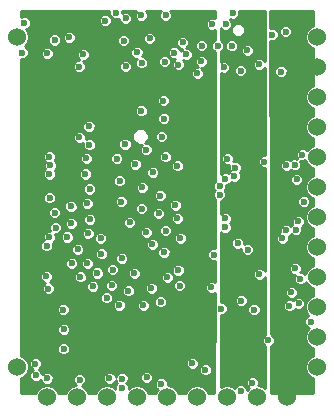
<source format=gbr>
G04 #@! TF.FileFunction,Copper,L2,Inr,Signal*
%FSLAX46Y46*%
G04 Gerber Fmt 4.6, Leading zero omitted, Abs format (unit mm)*
G04 Created by KiCad (PCBNEW 4.0.6) date 01/21/18 22:34:32*
%MOMM*%
%LPD*%
G01*
G04 APERTURE LIST*
%ADD10C,0.100000*%
%ADD11C,0.599440*%
%ADD12C,1.524000*%
%ADD13C,0.600000*%
%ADD14C,0.127000*%
%ADD15C,0.508000*%
%ADD16C,0.254000*%
G04 APERTURE END LIST*
D10*
D11*
X149583140Y-91462860D03*
X151020780Y-91749880D03*
X144820640Y-109245400D03*
X148021040Y-117081300D03*
X146941540Y-116512340D03*
X152001220Y-118148100D03*
X156248100Y-98851720D03*
X152593040Y-108973620D03*
X155625800Y-108473240D03*
X156065220Y-109367320D03*
X155321000Y-110517940D03*
X155938220Y-111445040D03*
X151030940Y-118856760D03*
X143070580Y-117718840D03*
X139895580Y-117777260D03*
X144279620Y-118264940D03*
X133639560Y-116560600D03*
X141516100Y-110385860D03*
X140096240Y-109926120D03*
X138506200Y-110002320D03*
X139674600Y-110980220D03*
X140728700Y-111594900D03*
X142781020Y-111612680D03*
X144236440Y-111325660D03*
X143451580Y-110157260D03*
X142013940Y-108892340D03*
X140192760Y-108585000D03*
X138869420Y-108872020D03*
X140959840Y-107627420D03*
X139235180Y-107261660D03*
X138046460Y-108049060D03*
X137452100Y-109197140D03*
X136723120Y-108066840D03*
X137241280Y-106878120D03*
X139176760Y-105920540D03*
X138102340Y-105516680D03*
X136321800Y-105824020D03*
X138257280Y-104330500D03*
X136664700Y-104673400D03*
X135361680Y-105039160D03*
X135267700Y-103774240D03*
X138026140Y-102969060D03*
X143548100Y-106456480D03*
X145923000Y-105920540D03*
X144678400Y-105288080D03*
X143047720Y-105422700D03*
X141610080Y-104579420D03*
X140901420Y-102834440D03*
X142646400Y-103428800D03*
X144084040Y-103830120D03*
X145656300Y-104251760D03*
X145483580Y-103121460D03*
X144198340Y-102316280D03*
X142684500Y-101627940D03*
X140766800Y-101071680D03*
X138236960Y-101760020D03*
X137873740Y-100495100D03*
X137949940Y-99174300D03*
X138198860Y-98023680D03*
X137355580Y-97391220D03*
X140538200Y-99192080D03*
X142090140Y-99651820D03*
X143586200Y-100342700D03*
X145656300Y-99806760D03*
X144640300Y-99039680D03*
X143009620Y-98425000D03*
X141226540Y-97965260D03*
X147360640Y-91965780D03*
X147688300Y-90949780D03*
X150256240Y-89646760D03*
X149755860Y-87810340D03*
X148610320Y-87802720D03*
X149067520Y-89646760D03*
X147726400Y-89626440D03*
X142242540Y-90182700D03*
X140441680Y-86847680D03*
X144322800Y-97332800D03*
X142595600Y-95148400D03*
X144475200Y-94284800D03*
X144526000Y-95808800D03*
X146405600Y-90373200D03*
X145745200Y-91236800D03*
X141274800Y-91389200D03*
X142646400Y-91084400D03*
X141122400Y-89204800D03*
X141274800Y-87325200D03*
X143306800Y-89001600D03*
X142595600Y-87071200D03*
X144678400Y-87071200D03*
X146100800Y-89357200D03*
X145389600Y-90220800D03*
D12*
X157480000Y-116840000D03*
X157480000Y-114300000D03*
X157480000Y-111760000D03*
X157480000Y-109220000D03*
X157480000Y-106680000D03*
X132080000Y-116840000D03*
X134620000Y-119380000D03*
X137160000Y-119380000D03*
X139700000Y-119380000D03*
X142240000Y-119380000D03*
X144780000Y-119380000D03*
X147320000Y-119380000D03*
X149860000Y-119380000D03*
X152400000Y-119380000D03*
X154940000Y-119380000D03*
X157480000Y-88900000D03*
X132080000Y-88900000D03*
X157480000Y-104140000D03*
X157480000Y-101600000D03*
X157480000Y-99060000D03*
X157480000Y-96520000D03*
X157480000Y-93980000D03*
X157480000Y-91440000D03*
D11*
X139547600Y-87503000D03*
X144576800Y-90982800D03*
D13*
X137688769Y-90373658D03*
X153026226Y-99441232D03*
X132537200Y-90220800D03*
X153364846Y-114568244D03*
X136657500Y-103220100D03*
X156375100Y-102844600D03*
X137337800Y-91393998D03*
X138176000Y-96469200D03*
X152577800Y-91211400D03*
X156946600Y-113004600D03*
X149701086Y-105012376D03*
X134634645Y-90268153D03*
X136055100Y-113639600D03*
X150334211Y-86874226D03*
X151598198Y-90017600D03*
X144526000Y-107137200D03*
X154432000Y-91821000D03*
X148742400Y-107315000D03*
X154838400Y-88442800D03*
X145846800Y-109956600D03*
X153695400Y-88696800D03*
X145719800Y-108635800D03*
X134594600Y-106578400D03*
X149377400Y-111887000D03*
X134831100Y-105832373D03*
X148530597Y-110080009D03*
X132715000Y-87706200D03*
X134747000Y-110193998D03*
X140970000Y-118625202D03*
X136502140Y-88920318D03*
X136020611Y-115304398D03*
X140970000Y-117822002D03*
X135272367Y-89147327D03*
X134570069Y-109165256D03*
X134825156Y-99034600D03*
X134825156Y-100493998D03*
X134848600Y-102514400D03*
X134900958Y-99770949D03*
X135990798Y-111984910D03*
X152148250Y-111983387D03*
X133680200Y-117551200D03*
X154868981Y-105256055D03*
X155701358Y-105208945D03*
X155909989Y-104512512D03*
X150570523Y-99952220D03*
X150493233Y-100675112D03*
X149712680Y-100904040D03*
X149239164Y-102233648D03*
X149257714Y-101506873D03*
X151610619Y-106905045D03*
X134620000Y-117805200D03*
X149718660Y-104252989D03*
X137388600Y-117906800D03*
X150781352Y-106345469D03*
X151053800Y-111226600D03*
X155752808Y-100939600D03*
X154889200Y-99771200D03*
X155614320Y-99718796D03*
X156487712Y-95787723D03*
X155727400Y-94818200D03*
X152946100Y-97735802D03*
X152857200Y-110642400D03*
X152617610Y-107543600D03*
X150261610Y-107315000D03*
X149606000Y-118211600D03*
X150952200Y-113665000D03*
X152603200Y-114706400D03*
X148462012Y-103782515D03*
X134165340Y-89032080D03*
X148488400Y-109067600D03*
X148461765Y-111806806D03*
X136334500Y-97345500D03*
X154547481Y-105931590D03*
X155143200Y-111658400D03*
X149885400Y-99204780D03*
D14*
X154940000Y-119380000D02*
X154940000Y-118364000D01*
X157480000Y-91440000D02*
X156540200Y-91440000D01*
X149606000Y-118211600D02*
X149936200Y-118211600D01*
D15*
X150952200Y-113665000D02*
X150749000Y-113868200D01*
X150749000Y-113868200D02*
X150723600Y-113868200D01*
X152603200Y-114706400D02*
X152603200Y-114985800D01*
X152603200Y-114985800D02*
X152628600Y-115011200D01*
D14*
X148488400Y-109067600D02*
X148615400Y-109194600D01*
X148615400Y-109194600D02*
X148615400Y-109347000D01*
D16*
G36*
X139888056Y-86737055D02*
X139887864Y-86957338D01*
X139960308Y-87132666D01*
X139861667Y-87033853D01*
X139658225Y-86949376D01*
X139437942Y-86949184D01*
X139234353Y-87033305D01*
X139078453Y-87188933D01*
X138993976Y-87392375D01*
X138993784Y-87612658D01*
X139077905Y-87816247D01*
X139233533Y-87972147D01*
X139436975Y-88056624D01*
X139657258Y-88056816D01*
X139860847Y-87972695D01*
X140016747Y-87817067D01*
X140101224Y-87613625D01*
X140101416Y-87393342D01*
X140028972Y-87218014D01*
X140127613Y-87316827D01*
X140331055Y-87401304D01*
X140551338Y-87401496D01*
X140721074Y-87331363D01*
X140720984Y-87434858D01*
X140805105Y-87638447D01*
X140960733Y-87794347D01*
X141164175Y-87878824D01*
X141384458Y-87879016D01*
X141588047Y-87794895D01*
X141743947Y-87639267D01*
X141828424Y-87435825D01*
X141828616Y-87215542D01*
X141744495Y-87011953D01*
X141588867Y-86856053D01*
X141385425Y-86771576D01*
X141165142Y-86771384D01*
X140995406Y-86841517D01*
X140995496Y-86738022D01*
X140975241Y-86689000D01*
X142194705Y-86689000D01*
X142126453Y-86757133D01*
X142041976Y-86960575D01*
X142041784Y-87180858D01*
X142125905Y-87384447D01*
X142281533Y-87540347D01*
X142484975Y-87624824D01*
X142705258Y-87625016D01*
X142908847Y-87540895D01*
X143064747Y-87385267D01*
X143149224Y-87181825D01*
X143149416Y-86961542D01*
X143065295Y-86757953D01*
X142996462Y-86689000D01*
X144277505Y-86689000D01*
X144209253Y-86757133D01*
X144124776Y-86960575D01*
X144124584Y-87180858D01*
X144208705Y-87384447D01*
X144364333Y-87540347D01*
X144567775Y-87624824D01*
X144788058Y-87625016D01*
X144991647Y-87540895D01*
X145147547Y-87385267D01*
X145232024Y-87181825D01*
X145232216Y-86961542D01*
X145148095Y-86757953D01*
X145079262Y-86689000D01*
X148843417Y-86689000D01*
X148842479Y-87299562D01*
X148720945Y-87249096D01*
X148500662Y-87248904D01*
X148297073Y-87333025D01*
X148141173Y-87488653D01*
X148056696Y-87692095D01*
X148056504Y-87912378D01*
X148140625Y-88115967D01*
X148296253Y-88271867D01*
X148499695Y-88356344D01*
X148719978Y-88356536D01*
X148840934Y-88306558D01*
X148839652Y-89141787D01*
X148754273Y-89177065D01*
X148598373Y-89332693D01*
X148513896Y-89536135D01*
X148513704Y-89756418D01*
X148597825Y-89960007D01*
X148753453Y-90115907D01*
X148838103Y-90151057D01*
X148821205Y-101159828D01*
X148788329Y-101192647D01*
X148703810Y-101396192D01*
X148703618Y-101616587D01*
X148787781Y-101820279D01*
X148820142Y-101852696D01*
X148820116Y-101869172D01*
X148769779Y-101919422D01*
X148685260Y-102122967D01*
X148685068Y-102343362D01*
X148769231Y-102547054D01*
X148818999Y-102596909D01*
X148812608Y-106761061D01*
X148632686Y-106760904D01*
X148428994Y-106845067D01*
X148273015Y-107000774D01*
X148188496Y-107204319D01*
X148188304Y-107424714D01*
X148272467Y-107628406D01*
X148428174Y-107784385D01*
X148631719Y-107868904D01*
X148810907Y-107869060D01*
X148808257Y-109595441D01*
X148641278Y-109526105D01*
X148420883Y-109525913D01*
X148217191Y-109610076D01*
X148061212Y-109765783D01*
X147976693Y-109969328D01*
X147976501Y-110189723D01*
X148060664Y-110393415D01*
X148216371Y-110549394D01*
X148419916Y-110633913D01*
X148640311Y-110634105D01*
X148806769Y-110565327D01*
X148793744Y-119051000D01*
X148283373Y-119051000D01*
X148181825Y-118805234D01*
X147896269Y-118519179D01*
X147522982Y-118364176D01*
X147118792Y-118363824D01*
X146745234Y-118518175D01*
X146459179Y-118803731D01*
X146356503Y-119051000D01*
X145743373Y-119051000D01*
X145641825Y-118805234D01*
X145356269Y-118519179D01*
X144982982Y-118364176D01*
X144833254Y-118364046D01*
X144833436Y-118155282D01*
X144749315Y-117951693D01*
X144593687Y-117795793D01*
X144390245Y-117711316D01*
X144169962Y-117711124D01*
X143966373Y-117795245D01*
X143810473Y-117950873D01*
X143725996Y-118154315D01*
X143725804Y-118374598D01*
X143809925Y-118578187D01*
X143965553Y-118734087D01*
X143982073Y-118740947D01*
X143919179Y-118803731D01*
X143816503Y-119051000D01*
X143203373Y-119051000D01*
X143101825Y-118805234D01*
X142816269Y-118519179D01*
X142442982Y-118364176D01*
X142038792Y-118363824D01*
X141665234Y-118518175D01*
X141523971Y-118659192D01*
X141524096Y-118515488D01*
X141439933Y-118311796D01*
X141351876Y-118223585D01*
X141439385Y-118136228D01*
X141523904Y-117932683D01*
X141523994Y-117828498D01*
X142516764Y-117828498D01*
X142600885Y-118032087D01*
X142756513Y-118187987D01*
X142959955Y-118272464D01*
X143180238Y-118272656D01*
X143383827Y-118188535D01*
X143539727Y-118032907D01*
X143624204Y-117829465D01*
X143624396Y-117609182D01*
X143540275Y-117405593D01*
X143384647Y-117249693D01*
X143243199Y-117190958D01*
X147467224Y-117190958D01*
X147551345Y-117394547D01*
X147706973Y-117550447D01*
X147910415Y-117634924D01*
X148130698Y-117635116D01*
X148334287Y-117550995D01*
X148490187Y-117395367D01*
X148574664Y-117191925D01*
X148574856Y-116971642D01*
X148490735Y-116768053D01*
X148335107Y-116612153D01*
X148131665Y-116527676D01*
X147911382Y-116527484D01*
X147707793Y-116611605D01*
X147551893Y-116767233D01*
X147467416Y-116970675D01*
X147467224Y-117190958D01*
X143243199Y-117190958D01*
X143181205Y-117165216D01*
X142960922Y-117165024D01*
X142757333Y-117249145D01*
X142601433Y-117404773D01*
X142516956Y-117608215D01*
X142516764Y-117828498D01*
X141523994Y-117828498D01*
X141524096Y-117712288D01*
X141439933Y-117508596D01*
X141284226Y-117352617D01*
X141080681Y-117268098D01*
X140860286Y-117267906D01*
X140656594Y-117352069D01*
X140500615Y-117507776D01*
X140441842Y-117649319D01*
X140365275Y-117464013D01*
X140209647Y-117308113D01*
X140006205Y-117223636D01*
X139785922Y-117223444D01*
X139582333Y-117307565D01*
X139426433Y-117463193D01*
X139341956Y-117666635D01*
X139341764Y-117886918D01*
X139425885Y-118090507D01*
X139581513Y-118246407D01*
X139784955Y-118330884D01*
X140005238Y-118331076D01*
X140208827Y-118246955D01*
X140364727Y-118091327D01*
X140423435Y-117949943D01*
X140500067Y-118135408D01*
X140588124Y-118223619D01*
X140500615Y-118310976D01*
X140416096Y-118514521D01*
X140415970Y-118659124D01*
X140276269Y-118519179D01*
X139902982Y-118364176D01*
X139498792Y-118363824D01*
X139125234Y-118518175D01*
X138839179Y-118803731D01*
X138736503Y-119051000D01*
X138123373Y-119051000D01*
X138021825Y-118805234D01*
X137736269Y-118519179D01*
X137547232Y-118440684D01*
X137702006Y-118376733D01*
X137857985Y-118221026D01*
X137942504Y-118017481D01*
X137942696Y-117797086D01*
X137858533Y-117593394D01*
X137702826Y-117437415D01*
X137499281Y-117352896D01*
X137278886Y-117352704D01*
X137075194Y-117436867D01*
X136919215Y-117592574D01*
X136834696Y-117796119D01*
X136834504Y-118016514D01*
X136918667Y-118220206D01*
X137062124Y-118363914D01*
X136958792Y-118363824D01*
X136585234Y-118518175D01*
X136299179Y-118803731D01*
X136196503Y-119051000D01*
X135583373Y-119051000D01*
X135481825Y-118805234D01*
X135196269Y-118519179D01*
X134822982Y-118364176D01*
X134418792Y-118363824D01*
X134045234Y-118518175D01*
X133759179Y-118803731D01*
X133656503Y-119051000D01*
X132409000Y-119051000D01*
X132409000Y-117803373D01*
X132654766Y-117701825D01*
X132940821Y-117416269D01*
X133095824Y-117042982D01*
X133096127Y-116695386D01*
X133169865Y-116873847D01*
X133325493Y-117029747D01*
X133408283Y-117064124D01*
X133366794Y-117081267D01*
X133210815Y-117236974D01*
X133126296Y-117440519D01*
X133126104Y-117660914D01*
X133210267Y-117864606D01*
X133365974Y-118020585D01*
X133569519Y-118105104D01*
X133789914Y-118105296D01*
X133993606Y-118021133D01*
X134075864Y-117939019D01*
X134150067Y-118118606D01*
X134305774Y-118274585D01*
X134509319Y-118359104D01*
X134729714Y-118359296D01*
X134933406Y-118275133D01*
X135089385Y-118119426D01*
X135173904Y-117915881D01*
X135174096Y-117695486D01*
X135089933Y-117491794D01*
X134934226Y-117335815D01*
X134730681Y-117251296D01*
X134510286Y-117251104D01*
X134306594Y-117335267D01*
X134224336Y-117417381D01*
X134150133Y-117237794D01*
X133994426Y-117081815D01*
X133911478Y-117047372D01*
X133952807Y-117030295D01*
X134108707Y-116874667D01*
X134193184Y-116671225D01*
X134193226Y-116621998D01*
X146387724Y-116621998D01*
X146471845Y-116825587D01*
X146627473Y-116981487D01*
X146830915Y-117065964D01*
X147051198Y-117066156D01*
X147254787Y-116982035D01*
X147410687Y-116826407D01*
X147495164Y-116622965D01*
X147495356Y-116402682D01*
X147411235Y-116199093D01*
X147255607Y-116043193D01*
X147052165Y-115958716D01*
X146831882Y-115958524D01*
X146628293Y-116042645D01*
X146472393Y-116198273D01*
X146387916Y-116401715D01*
X146387724Y-116621998D01*
X134193226Y-116621998D01*
X134193376Y-116450942D01*
X134109255Y-116247353D01*
X133953627Y-116091453D01*
X133750185Y-116006976D01*
X133529902Y-116006784D01*
X133326313Y-116090905D01*
X133170413Y-116246533D01*
X133085936Y-116449975D01*
X133085793Y-116613664D01*
X132941825Y-116265234D01*
X132656269Y-115979179D01*
X132409000Y-115876503D01*
X132409000Y-115414112D01*
X135466515Y-115414112D01*
X135550678Y-115617804D01*
X135706385Y-115773783D01*
X135909930Y-115858302D01*
X136130325Y-115858494D01*
X136334017Y-115774331D01*
X136489996Y-115618624D01*
X136574515Y-115415079D01*
X136574707Y-115194684D01*
X136490544Y-114990992D01*
X136334837Y-114835013D01*
X136131292Y-114750494D01*
X135910897Y-114750302D01*
X135707205Y-114834465D01*
X135551226Y-114990172D01*
X135466707Y-115193717D01*
X135466515Y-115414112D01*
X132409000Y-115414112D01*
X132409000Y-113749314D01*
X135501004Y-113749314D01*
X135585167Y-113953006D01*
X135740874Y-114108985D01*
X135944419Y-114193504D01*
X136164814Y-114193696D01*
X136368506Y-114109533D01*
X136524485Y-113953826D01*
X136609004Y-113750281D01*
X136609196Y-113529886D01*
X136525033Y-113326194D01*
X136369326Y-113170215D01*
X136165781Y-113085696D01*
X135945386Y-113085504D01*
X135741694Y-113169667D01*
X135585715Y-113325374D01*
X135501196Y-113528919D01*
X135501004Y-113749314D01*
X132409000Y-113749314D01*
X132409000Y-112094624D01*
X135436702Y-112094624D01*
X135520865Y-112298316D01*
X135676572Y-112454295D01*
X135880117Y-112538814D01*
X136100512Y-112539006D01*
X136304204Y-112454843D01*
X136460183Y-112299136D01*
X136544702Y-112095591D01*
X136544894Y-111875196D01*
X136474389Y-111704558D01*
X140174884Y-111704558D01*
X140259005Y-111908147D01*
X140414633Y-112064047D01*
X140618075Y-112148524D01*
X140838358Y-112148716D01*
X141041947Y-112064595D01*
X141197847Y-111908967D01*
X141275342Y-111722338D01*
X142227204Y-111722338D01*
X142311325Y-111925927D01*
X142466953Y-112081827D01*
X142670395Y-112166304D01*
X142890678Y-112166496D01*
X143094267Y-112082375D01*
X143250167Y-111926747D01*
X143334644Y-111723305D01*
X143334836Y-111503022D01*
X143306862Y-111435318D01*
X143682624Y-111435318D01*
X143766745Y-111638907D01*
X143922373Y-111794807D01*
X144125815Y-111879284D01*
X144346098Y-111879476D01*
X144549687Y-111795355D01*
X144705587Y-111639727D01*
X144790064Y-111436285D01*
X144790256Y-111216002D01*
X144706135Y-111012413D01*
X144550507Y-110856513D01*
X144347065Y-110772036D01*
X144126782Y-110771844D01*
X143923193Y-110855965D01*
X143767293Y-111011593D01*
X143682816Y-111215035D01*
X143682624Y-111435318D01*
X143306862Y-111435318D01*
X143250715Y-111299433D01*
X143095087Y-111143533D01*
X142891645Y-111059056D01*
X142671362Y-111058864D01*
X142467773Y-111142985D01*
X142311873Y-111298613D01*
X142227396Y-111502055D01*
X142227204Y-111722338D01*
X141275342Y-111722338D01*
X141282324Y-111705525D01*
X141282516Y-111485242D01*
X141198395Y-111281653D01*
X141042767Y-111125753D01*
X140839325Y-111041276D01*
X140619042Y-111041084D01*
X140415453Y-111125205D01*
X140259553Y-111280833D01*
X140175076Y-111484275D01*
X140174884Y-111704558D01*
X136474389Y-111704558D01*
X136460731Y-111671504D01*
X136305024Y-111515525D01*
X136101479Y-111431006D01*
X135881084Y-111430814D01*
X135677392Y-111514977D01*
X135521413Y-111670684D01*
X135436894Y-111874229D01*
X135436702Y-112094624D01*
X132409000Y-112094624D01*
X132409000Y-111089878D01*
X139120784Y-111089878D01*
X139204905Y-111293467D01*
X139360533Y-111449367D01*
X139563975Y-111533844D01*
X139784258Y-111534036D01*
X139987847Y-111449915D01*
X140143747Y-111294287D01*
X140228224Y-111090845D01*
X140228416Y-110870562D01*
X140144295Y-110666973D01*
X139988667Y-110511073D01*
X139951207Y-110495518D01*
X140962284Y-110495518D01*
X141046405Y-110699107D01*
X141202033Y-110855007D01*
X141405475Y-110939484D01*
X141625758Y-110939676D01*
X141829347Y-110855555D01*
X141985247Y-110699927D01*
X142069724Y-110496485D01*
X142069916Y-110276202D01*
X142066080Y-110266918D01*
X142897764Y-110266918D01*
X142981885Y-110470507D01*
X143137513Y-110626407D01*
X143340955Y-110710884D01*
X143561238Y-110711076D01*
X143764827Y-110626955D01*
X143920727Y-110471327D01*
X144005204Y-110267885D01*
X144005379Y-110066314D01*
X145292704Y-110066314D01*
X145376867Y-110270006D01*
X145532574Y-110425985D01*
X145736119Y-110510504D01*
X145956514Y-110510696D01*
X146160206Y-110426533D01*
X146316185Y-110270826D01*
X146400704Y-110067281D01*
X146400896Y-109846886D01*
X146316733Y-109643194D01*
X146161026Y-109487215D01*
X145957481Y-109402696D01*
X145737086Y-109402504D01*
X145533394Y-109486667D01*
X145377415Y-109642374D01*
X145292896Y-109845919D01*
X145292704Y-110066314D01*
X144005379Y-110066314D01*
X144005396Y-110047602D01*
X143921275Y-109844013D01*
X143765647Y-109688113D01*
X143562205Y-109603636D01*
X143341922Y-109603444D01*
X143138333Y-109687565D01*
X142982433Y-109843193D01*
X142897956Y-110046635D01*
X142897764Y-110266918D01*
X142066080Y-110266918D01*
X141985795Y-110072613D01*
X141830167Y-109916713D01*
X141626725Y-109832236D01*
X141406442Y-109832044D01*
X141202853Y-109916165D01*
X141046953Y-110071793D01*
X140962476Y-110275235D01*
X140962284Y-110495518D01*
X139951207Y-110495518D01*
X139785225Y-110426596D01*
X139564942Y-110426404D01*
X139361353Y-110510525D01*
X139205453Y-110666153D01*
X139120976Y-110869595D01*
X139120784Y-111089878D01*
X132409000Y-111089878D01*
X132409000Y-109274970D01*
X134015973Y-109274970D01*
X134100136Y-109478662D01*
X134255843Y-109634641D01*
X134452444Y-109716277D01*
X134433594Y-109724065D01*
X134277615Y-109879772D01*
X134193096Y-110083317D01*
X134192904Y-110303712D01*
X134277067Y-110507404D01*
X134432774Y-110663383D01*
X134636319Y-110747902D01*
X134856714Y-110748094D01*
X135060406Y-110663931D01*
X135216385Y-110508224D01*
X135300904Y-110304679D01*
X135301071Y-110111978D01*
X137952384Y-110111978D01*
X138036505Y-110315567D01*
X138192133Y-110471467D01*
X138395575Y-110555944D01*
X138615858Y-110556136D01*
X138819447Y-110472015D01*
X138975347Y-110316387D01*
X139059824Y-110112945D01*
X139059891Y-110035778D01*
X139542424Y-110035778D01*
X139626545Y-110239367D01*
X139782173Y-110395267D01*
X139985615Y-110479744D01*
X140205898Y-110479936D01*
X140409487Y-110395815D01*
X140565387Y-110240187D01*
X140649864Y-110036745D01*
X140650056Y-109816462D01*
X140565935Y-109612873D01*
X140410307Y-109456973D01*
X140206865Y-109372496D01*
X139986582Y-109372304D01*
X139782993Y-109456425D01*
X139627093Y-109612053D01*
X139542616Y-109815495D01*
X139542424Y-110035778D01*
X139059891Y-110035778D01*
X139060016Y-109892662D01*
X138975895Y-109689073D01*
X138820267Y-109533173D01*
X138616825Y-109448696D01*
X138396542Y-109448504D01*
X138192953Y-109532625D01*
X138037053Y-109688253D01*
X137952576Y-109891695D01*
X137952384Y-110111978D01*
X135301071Y-110111978D01*
X135301096Y-110084284D01*
X135216933Y-109880592D01*
X135061226Y-109724613D01*
X134864625Y-109642977D01*
X134883475Y-109635189D01*
X135039454Y-109479482D01*
X135111158Y-109306798D01*
X136898284Y-109306798D01*
X136982405Y-109510387D01*
X137138033Y-109666287D01*
X137341475Y-109750764D01*
X137561758Y-109750956D01*
X137765347Y-109666835D01*
X137921247Y-109511207D01*
X138005724Y-109307765D01*
X138005916Y-109087482D01*
X137962199Y-108981678D01*
X138315604Y-108981678D01*
X138399725Y-109185267D01*
X138555353Y-109341167D01*
X138758795Y-109425644D01*
X138979078Y-109425836D01*
X139182667Y-109341715D01*
X139338567Y-109186087D01*
X139423044Y-108982645D01*
X139423236Y-108762362D01*
X139395262Y-108694658D01*
X139638944Y-108694658D01*
X139723065Y-108898247D01*
X139878693Y-109054147D01*
X140082135Y-109138624D01*
X140302418Y-109138816D01*
X140506007Y-109054695D01*
X140558796Y-109001998D01*
X141460124Y-109001998D01*
X141544245Y-109205587D01*
X141699873Y-109361487D01*
X141903315Y-109445964D01*
X142123598Y-109446156D01*
X142327187Y-109362035D01*
X142334176Y-109355058D01*
X144266824Y-109355058D01*
X144350945Y-109558647D01*
X144506573Y-109714547D01*
X144710015Y-109799024D01*
X144930298Y-109799216D01*
X145133887Y-109715095D01*
X145289787Y-109559467D01*
X145374264Y-109356025D01*
X145374456Y-109135742D01*
X145330937Y-109030418D01*
X145405574Y-109105185D01*
X145609119Y-109189704D01*
X145829514Y-109189896D01*
X146033206Y-109105733D01*
X146189185Y-108950026D01*
X146273704Y-108746481D01*
X146273896Y-108526086D01*
X146189733Y-108322394D01*
X146034026Y-108166415D01*
X145830481Y-108081896D01*
X145610086Y-108081704D01*
X145406394Y-108165867D01*
X145250415Y-108321574D01*
X145165896Y-108525119D01*
X145165704Y-108745514D01*
X145209265Y-108850942D01*
X145134707Y-108776253D01*
X144931265Y-108691776D01*
X144710982Y-108691584D01*
X144507393Y-108775705D01*
X144351493Y-108931333D01*
X144267016Y-109134775D01*
X144266824Y-109355058D01*
X142334176Y-109355058D01*
X142483087Y-109206407D01*
X142567564Y-109002965D01*
X142567756Y-108782682D01*
X142483635Y-108579093D01*
X142328007Y-108423193D01*
X142124565Y-108338716D01*
X141904282Y-108338524D01*
X141700693Y-108422645D01*
X141544793Y-108578273D01*
X141460316Y-108781715D01*
X141460124Y-109001998D01*
X140558796Y-109001998D01*
X140661907Y-108899067D01*
X140746384Y-108695625D01*
X140746576Y-108475342D01*
X140662455Y-108271753D01*
X140506827Y-108115853D01*
X140303385Y-108031376D01*
X140083102Y-108031184D01*
X139879513Y-108115305D01*
X139723613Y-108270933D01*
X139639136Y-108474375D01*
X139638944Y-108694658D01*
X139395262Y-108694658D01*
X139339115Y-108558773D01*
X139183487Y-108402873D01*
X138980045Y-108318396D01*
X138759762Y-108318204D01*
X138556173Y-108402325D01*
X138400273Y-108557953D01*
X138315796Y-108761395D01*
X138315604Y-108981678D01*
X137962199Y-108981678D01*
X137921795Y-108883893D01*
X137766167Y-108727993D01*
X137562725Y-108643516D01*
X137342442Y-108643324D01*
X137138853Y-108727445D01*
X136982953Y-108883073D01*
X136898476Y-109086515D01*
X136898284Y-109306798D01*
X135111158Y-109306798D01*
X135123973Y-109275937D01*
X135124165Y-109055542D01*
X135040002Y-108851850D01*
X134884295Y-108695871D01*
X134680750Y-108611352D01*
X134460355Y-108611160D01*
X134256663Y-108695323D01*
X134100684Y-108851030D01*
X134016165Y-109054575D01*
X134015973Y-109274970D01*
X132409000Y-109274970D01*
X132409000Y-108176498D01*
X136169304Y-108176498D01*
X136253425Y-108380087D01*
X136409053Y-108535987D01*
X136612495Y-108620464D01*
X136832778Y-108620656D01*
X137036367Y-108536535D01*
X137192267Y-108380907D01*
X137276744Y-108177465D01*
X137276760Y-108158718D01*
X137492644Y-108158718D01*
X137576765Y-108362307D01*
X137732393Y-108518207D01*
X137935835Y-108602684D01*
X138156118Y-108602876D01*
X138359707Y-108518755D01*
X138515607Y-108363127D01*
X138600084Y-108159685D01*
X138600276Y-107939402D01*
X138516155Y-107735813D01*
X138360527Y-107579913D01*
X138157085Y-107495436D01*
X137936802Y-107495244D01*
X137733213Y-107579365D01*
X137577313Y-107734993D01*
X137492836Y-107938435D01*
X137492644Y-108158718D01*
X137276760Y-108158718D01*
X137276936Y-107957182D01*
X137192815Y-107753593D01*
X137037187Y-107597693D01*
X136833745Y-107513216D01*
X136613462Y-107513024D01*
X136409873Y-107597145D01*
X136253973Y-107752773D01*
X136169496Y-107956215D01*
X136169304Y-108176498D01*
X132409000Y-108176498D01*
X132409000Y-106688114D01*
X134040504Y-106688114D01*
X134124667Y-106891806D01*
X134280374Y-107047785D01*
X134483919Y-107132304D01*
X134704314Y-107132496D01*
X134908006Y-107048333D01*
X134968666Y-106987778D01*
X136687464Y-106987778D01*
X136771585Y-107191367D01*
X136927213Y-107347267D01*
X137130655Y-107431744D01*
X137350938Y-107431936D01*
X137497645Y-107371318D01*
X138681364Y-107371318D01*
X138765485Y-107574907D01*
X138921113Y-107730807D01*
X139124555Y-107815284D01*
X139344838Y-107815476D01*
X139534576Y-107737078D01*
X140406024Y-107737078D01*
X140490145Y-107940667D01*
X140645773Y-108096567D01*
X140849215Y-108181044D01*
X141069498Y-108181236D01*
X141273087Y-108097115D01*
X141428987Y-107941487D01*
X141513464Y-107738045D01*
X141513656Y-107517762D01*
X141429535Y-107314173D01*
X141362394Y-107246914D01*
X143971904Y-107246914D01*
X144056067Y-107450606D01*
X144211774Y-107606585D01*
X144415319Y-107691104D01*
X144635714Y-107691296D01*
X144839406Y-107607133D01*
X144995385Y-107451426D01*
X145079904Y-107247881D01*
X145080096Y-107027486D01*
X144995933Y-106823794D01*
X144840226Y-106667815D01*
X144636681Y-106583296D01*
X144416286Y-106583104D01*
X144212594Y-106667267D01*
X144056615Y-106822974D01*
X143972096Y-107026519D01*
X143971904Y-107246914D01*
X141362394Y-107246914D01*
X141273907Y-107158273D01*
X141070465Y-107073796D01*
X140850182Y-107073604D01*
X140646593Y-107157725D01*
X140490693Y-107313353D01*
X140406216Y-107516795D01*
X140406024Y-107737078D01*
X139534576Y-107737078D01*
X139548427Y-107731355D01*
X139704327Y-107575727D01*
X139788804Y-107372285D01*
X139788996Y-107152002D01*
X139704875Y-106948413D01*
X139549247Y-106792513D01*
X139345805Y-106708036D01*
X139125522Y-106707844D01*
X138921933Y-106791965D01*
X138766033Y-106947593D01*
X138681556Y-107151035D01*
X138681364Y-107371318D01*
X137497645Y-107371318D01*
X137554527Y-107347815D01*
X137710427Y-107192187D01*
X137794904Y-106988745D01*
X137795096Y-106768462D01*
X137711498Y-106566138D01*
X142994284Y-106566138D01*
X143078405Y-106769727D01*
X143234033Y-106925627D01*
X143437475Y-107010104D01*
X143657758Y-107010296D01*
X143861347Y-106926175D01*
X144017247Y-106770547D01*
X144101724Y-106567105D01*
X144101916Y-106346822D01*
X144017795Y-106143233D01*
X143904958Y-106030198D01*
X145369184Y-106030198D01*
X145453305Y-106233787D01*
X145608933Y-106389687D01*
X145812375Y-106474164D01*
X146032658Y-106474356D01*
X146236247Y-106390235D01*
X146392147Y-106234607D01*
X146476624Y-106031165D01*
X146476816Y-105810882D01*
X146392695Y-105607293D01*
X146237067Y-105451393D01*
X146033625Y-105366916D01*
X145813342Y-105366724D01*
X145609753Y-105450845D01*
X145453853Y-105606473D01*
X145369376Y-105809915D01*
X145369184Y-106030198D01*
X143904958Y-106030198D01*
X143862167Y-105987333D01*
X143658725Y-105902856D01*
X143438442Y-105902664D01*
X143234853Y-105986785D01*
X143078953Y-106142413D01*
X142994476Y-106345855D01*
X142994284Y-106566138D01*
X137711498Y-106566138D01*
X137710975Y-106564873D01*
X137555347Y-106408973D01*
X137351905Y-106324496D01*
X137131622Y-106324304D01*
X136928033Y-106408425D01*
X136772133Y-106564053D01*
X136687656Y-106767495D01*
X136687464Y-106987778D01*
X134968666Y-106987778D01*
X135063985Y-106892626D01*
X135148504Y-106689081D01*
X135148696Y-106468686D01*
X135089364Y-106325090D01*
X135144506Y-106302306D01*
X135300485Y-106146599D01*
X135385004Y-105943054D01*
X135385012Y-105933678D01*
X135767984Y-105933678D01*
X135852105Y-106137267D01*
X136007733Y-106293167D01*
X136211175Y-106377644D01*
X136431458Y-106377836D01*
X136635047Y-106293715D01*
X136790947Y-106138087D01*
X136875424Y-105934645D01*
X136875616Y-105714362D01*
X136839246Y-105626338D01*
X137548524Y-105626338D01*
X137632645Y-105829927D01*
X137788273Y-105985827D01*
X137991715Y-106070304D01*
X138211998Y-106070496D01*
X138309526Y-106030198D01*
X138622944Y-106030198D01*
X138707065Y-106233787D01*
X138862693Y-106389687D01*
X139066135Y-106474164D01*
X139286418Y-106474356D01*
X139490007Y-106390235D01*
X139645907Y-106234607D01*
X139730384Y-106031165D01*
X139730576Y-105810882D01*
X139646455Y-105607293D01*
X139571651Y-105532358D01*
X142493904Y-105532358D01*
X142578025Y-105735947D01*
X142733653Y-105891847D01*
X142937095Y-105976324D01*
X143157378Y-105976516D01*
X143360967Y-105892395D01*
X143516867Y-105736767D01*
X143601344Y-105533325D01*
X143601462Y-105397738D01*
X144124584Y-105397738D01*
X144208705Y-105601327D01*
X144364333Y-105757227D01*
X144567775Y-105841704D01*
X144788058Y-105841896D01*
X144991647Y-105757775D01*
X145147547Y-105602147D01*
X145232024Y-105398705D01*
X145232216Y-105178422D01*
X145148095Y-104974833D01*
X144992467Y-104818933D01*
X144789025Y-104734456D01*
X144568742Y-104734264D01*
X144365153Y-104818385D01*
X144209253Y-104974013D01*
X144124776Y-105177455D01*
X144124584Y-105397738D01*
X143601462Y-105397738D01*
X143601536Y-105313042D01*
X143517415Y-105109453D01*
X143361787Y-104953553D01*
X143158345Y-104869076D01*
X142938062Y-104868884D01*
X142734473Y-104953005D01*
X142578573Y-105108633D01*
X142494096Y-105312075D01*
X142493904Y-105532358D01*
X139571651Y-105532358D01*
X139490827Y-105451393D01*
X139287385Y-105366916D01*
X139067102Y-105366724D01*
X138863513Y-105450845D01*
X138707613Y-105606473D01*
X138623136Y-105809915D01*
X138622944Y-106030198D01*
X138309526Y-106030198D01*
X138415587Y-105986375D01*
X138571487Y-105830747D01*
X138655964Y-105627305D01*
X138656156Y-105407022D01*
X138572035Y-105203433D01*
X138416407Y-105047533D01*
X138212965Y-104963056D01*
X137992682Y-104962864D01*
X137789093Y-105046985D01*
X137633193Y-105202613D01*
X137548716Y-105406055D01*
X137548524Y-105626338D01*
X136839246Y-105626338D01*
X136791495Y-105510773D01*
X136635867Y-105354873D01*
X136432425Y-105270396D01*
X136212142Y-105270204D01*
X136008553Y-105354325D01*
X135852653Y-105509953D01*
X135768176Y-105713395D01*
X135767984Y-105933678D01*
X135385012Y-105933678D01*
X135385196Y-105722659D01*
X135331562Y-105592854D01*
X135471338Y-105592976D01*
X135674927Y-105508855D01*
X135830827Y-105353227D01*
X135915304Y-105149785D01*
X135915496Y-104929502D01*
X135854987Y-104783058D01*
X136110884Y-104783058D01*
X136195005Y-104986647D01*
X136350633Y-105142547D01*
X136554075Y-105227024D01*
X136774358Y-105227216D01*
X136977947Y-105143095D01*
X137133847Y-104987467D01*
X137218324Y-104784025D01*
X137218516Y-104563742D01*
X137167453Y-104440158D01*
X137703464Y-104440158D01*
X137787585Y-104643747D01*
X137943213Y-104799647D01*
X138146655Y-104884124D01*
X138366938Y-104884316D01*
X138570527Y-104800195D01*
X138681838Y-104689078D01*
X141056264Y-104689078D01*
X141140385Y-104892667D01*
X141296013Y-105048567D01*
X141499455Y-105133044D01*
X141719738Y-105133236D01*
X141923327Y-105049115D01*
X142079227Y-104893487D01*
X142163704Y-104690045D01*
X142163896Y-104469762D01*
X142079775Y-104266173D01*
X141924147Y-104110273D01*
X141720705Y-104025796D01*
X141500422Y-104025604D01*
X141296833Y-104109725D01*
X141140933Y-104265353D01*
X141056456Y-104468795D01*
X141056264Y-104689078D01*
X138681838Y-104689078D01*
X138726427Y-104644567D01*
X138810904Y-104441125D01*
X138811096Y-104220842D01*
X138726975Y-104017253D01*
X138571347Y-103861353D01*
X138367905Y-103776876D01*
X138147622Y-103776684D01*
X137944033Y-103860805D01*
X137788133Y-104016433D01*
X137703656Y-104219875D01*
X137703464Y-104440158D01*
X137167453Y-104440158D01*
X137134395Y-104360153D01*
X136978767Y-104204253D01*
X136775325Y-104119776D01*
X136555042Y-104119584D01*
X136351453Y-104203705D01*
X136195553Y-104359333D01*
X136111076Y-104562775D01*
X136110884Y-104783058D01*
X135854987Y-104783058D01*
X135831375Y-104725913D01*
X135675747Y-104570013D01*
X135472305Y-104485536D01*
X135252022Y-104485344D01*
X135048433Y-104569465D01*
X134892533Y-104725093D01*
X134808056Y-104928535D01*
X134807864Y-105148818D01*
X134861406Y-105278399D01*
X134721386Y-105278277D01*
X134517694Y-105362440D01*
X134361715Y-105518147D01*
X134277196Y-105721692D01*
X134277004Y-105942087D01*
X134336336Y-106085683D01*
X134281194Y-106108467D01*
X134125215Y-106264174D01*
X134040696Y-106467719D01*
X134040504Y-106688114D01*
X132409000Y-106688114D01*
X132409000Y-103883898D01*
X134713884Y-103883898D01*
X134798005Y-104087487D01*
X134953633Y-104243387D01*
X135157075Y-104327864D01*
X135377358Y-104328056D01*
X135580947Y-104243935D01*
X135736847Y-104088307D01*
X135821324Y-103884865D01*
X135821516Y-103664582D01*
X135737395Y-103460993D01*
X135606445Y-103329814D01*
X136103404Y-103329814D01*
X136187567Y-103533506D01*
X136343274Y-103689485D01*
X136546819Y-103774004D01*
X136767214Y-103774196D01*
X136970906Y-103690033D01*
X137122745Y-103538458D01*
X142092584Y-103538458D01*
X142176705Y-103742047D01*
X142332333Y-103897947D01*
X142535775Y-103982424D01*
X142756058Y-103982616D01*
X142859734Y-103939778D01*
X143530224Y-103939778D01*
X143614345Y-104143367D01*
X143769973Y-104299267D01*
X143973415Y-104383744D01*
X144193698Y-104383936D01*
X144248195Y-104361418D01*
X145102484Y-104361418D01*
X145186605Y-104565007D01*
X145342233Y-104720907D01*
X145545675Y-104805384D01*
X145765958Y-104805576D01*
X145969547Y-104721455D01*
X146125447Y-104565827D01*
X146209924Y-104362385D01*
X146210116Y-104142102D01*
X146125995Y-103938513D01*
X145970367Y-103782613D01*
X145766925Y-103698136D01*
X145546642Y-103697944D01*
X145343053Y-103782065D01*
X145187153Y-103937693D01*
X145102676Y-104141135D01*
X145102484Y-104361418D01*
X144248195Y-104361418D01*
X144397287Y-104299815D01*
X144553187Y-104144187D01*
X144637664Y-103940745D01*
X144637856Y-103720462D01*
X144553735Y-103516873D01*
X144398107Y-103360973D01*
X144194665Y-103276496D01*
X143974382Y-103276304D01*
X143770793Y-103360425D01*
X143614893Y-103516053D01*
X143530416Y-103719495D01*
X143530224Y-103939778D01*
X142859734Y-103939778D01*
X142959647Y-103898495D01*
X143115547Y-103742867D01*
X143200024Y-103539425D01*
X143200216Y-103319142D01*
X143163846Y-103231118D01*
X144929764Y-103231118D01*
X145013885Y-103434707D01*
X145169513Y-103590607D01*
X145372955Y-103675084D01*
X145593238Y-103675276D01*
X145796827Y-103591155D01*
X145952727Y-103435527D01*
X146037204Y-103232085D01*
X146037396Y-103011802D01*
X145953275Y-102808213D01*
X145797647Y-102652313D01*
X145594205Y-102567836D01*
X145373922Y-102567644D01*
X145170333Y-102651765D01*
X145014433Y-102807393D01*
X144929956Y-103010835D01*
X144929764Y-103231118D01*
X143163846Y-103231118D01*
X143116095Y-103115553D01*
X142960467Y-102959653D01*
X142757025Y-102875176D01*
X142536742Y-102874984D01*
X142333153Y-102959105D01*
X142177253Y-103114733D01*
X142092776Y-103318175D01*
X142092584Y-103538458D01*
X137122745Y-103538458D01*
X137126885Y-103534326D01*
X137211404Y-103330781D01*
X137211596Y-103110386D01*
X137198512Y-103078718D01*
X137472324Y-103078718D01*
X137556445Y-103282307D01*
X137712073Y-103438207D01*
X137915515Y-103522684D01*
X138135798Y-103522876D01*
X138339387Y-103438755D01*
X138495287Y-103283127D01*
X138579764Y-103079685D01*
X138579882Y-102944098D01*
X140347604Y-102944098D01*
X140431725Y-103147687D01*
X140587353Y-103303587D01*
X140790795Y-103388064D01*
X141011078Y-103388256D01*
X141214667Y-103304135D01*
X141370567Y-103148507D01*
X141455044Y-102945065D01*
X141455236Y-102724782D01*
X141371115Y-102521193D01*
X141276027Y-102425938D01*
X143644524Y-102425938D01*
X143728645Y-102629527D01*
X143884273Y-102785427D01*
X144087715Y-102869904D01*
X144307998Y-102870096D01*
X144511587Y-102785975D01*
X144667487Y-102630347D01*
X144751964Y-102426905D01*
X144752156Y-102206622D01*
X144668035Y-102003033D01*
X144512407Y-101847133D01*
X144308965Y-101762656D01*
X144088682Y-101762464D01*
X143885093Y-101846585D01*
X143729193Y-102002213D01*
X143644716Y-102205655D01*
X143644524Y-102425938D01*
X141276027Y-102425938D01*
X141215487Y-102365293D01*
X141012045Y-102280816D01*
X140791762Y-102280624D01*
X140588173Y-102364745D01*
X140432273Y-102520373D01*
X140347796Y-102723815D01*
X140347604Y-102944098D01*
X138579882Y-102944098D01*
X138579956Y-102859402D01*
X138495835Y-102655813D01*
X138340207Y-102499913D01*
X138136765Y-102415436D01*
X137916482Y-102415244D01*
X137712893Y-102499365D01*
X137556993Y-102654993D01*
X137472516Y-102858435D01*
X137472324Y-103078718D01*
X137198512Y-103078718D01*
X137127433Y-102906694D01*
X136971726Y-102750715D01*
X136768181Y-102666196D01*
X136547786Y-102666004D01*
X136344094Y-102750167D01*
X136188115Y-102905874D01*
X136103596Y-103109419D01*
X136103404Y-103329814D01*
X135606445Y-103329814D01*
X135581767Y-103305093D01*
X135378325Y-103220616D01*
X135158042Y-103220424D01*
X134954453Y-103304545D01*
X134798553Y-103460173D01*
X134714076Y-103663615D01*
X134713884Y-103883898D01*
X132409000Y-103883898D01*
X132409000Y-102624114D01*
X134294504Y-102624114D01*
X134378667Y-102827806D01*
X134534374Y-102983785D01*
X134737919Y-103068304D01*
X134958314Y-103068496D01*
X135162006Y-102984333D01*
X135317985Y-102828626D01*
X135402504Y-102625081D01*
X135402696Y-102404686D01*
X135318533Y-102200994D01*
X135162826Y-102045015D01*
X134959281Y-101960496D01*
X134738886Y-101960304D01*
X134535194Y-102044467D01*
X134379215Y-102200174D01*
X134294696Y-102403719D01*
X134294504Y-102624114D01*
X132409000Y-102624114D01*
X132409000Y-101869678D01*
X137683144Y-101869678D01*
X137767265Y-102073267D01*
X137922893Y-102229167D01*
X138126335Y-102313644D01*
X138346618Y-102313836D01*
X138550207Y-102229715D01*
X138706107Y-102074087D01*
X138790584Y-101870645D01*
X138790699Y-101737598D01*
X142130684Y-101737598D01*
X142214805Y-101941187D01*
X142370433Y-102097087D01*
X142573875Y-102181564D01*
X142794158Y-102181756D01*
X142997747Y-102097635D01*
X143153647Y-101942007D01*
X143238124Y-101738565D01*
X143238316Y-101518282D01*
X143154195Y-101314693D01*
X142998567Y-101158793D01*
X142795125Y-101074316D01*
X142574842Y-101074124D01*
X142371253Y-101158245D01*
X142215353Y-101313873D01*
X142130876Y-101517315D01*
X142130684Y-101737598D01*
X138790699Y-101737598D01*
X138790776Y-101650362D01*
X138706655Y-101446773D01*
X138551027Y-101290873D01*
X138347585Y-101206396D01*
X138127302Y-101206204D01*
X137923713Y-101290325D01*
X137767813Y-101445953D01*
X137683336Y-101649395D01*
X137683144Y-101869678D01*
X132409000Y-101869678D01*
X132409000Y-101181338D01*
X140212984Y-101181338D01*
X140297105Y-101384927D01*
X140452733Y-101540827D01*
X140656175Y-101625304D01*
X140876458Y-101625496D01*
X141080047Y-101541375D01*
X141235947Y-101385747D01*
X141320424Y-101182305D01*
X141320616Y-100962022D01*
X141236495Y-100758433D01*
X141080867Y-100602533D01*
X140877425Y-100518056D01*
X140657142Y-100517864D01*
X140453553Y-100601985D01*
X140297653Y-100757613D01*
X140213176Y-100961055D01*
X140212984Y-101181338D01*
X132409000Y-101181338D01*
X132409000Y-99144314D01*
X134271060Y-99144314D01*
X134355223Y-99348006D01*
X134447690Y-99440634D01*
X134431573Y-99456723D01*
X134347054Y-99660268D01*
X134346862Y-99880663D01*
X134431025Y-100084355D01*
X134441172Y-100094520D01*
X134355771Y-100179772D01*
X134271252Y-100383317D01*
X134271060Y-100603712D01*
X134355223Y-100807404D01*
X134510930Y-100963383D01*
X134714475Y-101047902D01*
X134934870Y-101048094D01*
X135138562Y-100963931D01*
X135294541Y-100808224D01*
X135379027Y-100604758D01*
X137319924Y-100604758D01*
X137404045Y-100808347D01*
X137559673Y-100964247D01*
X137763115Y-101048724D01*
X137983398Y-101048916D01*
X138186987Y-100964795D01*
X138342887Y-100809167D01*
X138427364Y-100605725D01*
X138427497Y-100452358D01*
X143032384Y-100452358D01*
X143116505Y-100655947D01*
X143272133Y-100811847D01*
X143475575Y-100896324D01*
X143695858Y-100896516D01*
X143899447Y-100812395D01*
X144055347Y-100656767D01*
X144139824Y-100453325D01*
X144140016Y-100233042D01*
X144055895Y-100029453D01*
X143943058Y-99916418D01*
X145102484Y-99916418D01*
X145186605Y-100120007D01*
X145342233Y-100275907D01*
X145545675Y-100360384D01*
X145765958Y-100360576D01*
X145969547Y-100276455D01*
X146125447Y-100120827D01*
X146209924Y-99917385D01*
X146210116Y-99697102D01*
X146125995Y-99493513D01*
X145970367Y-99337613D01*
X145766925Y-99253136D01*
X145546642Y-99252944D01*
X145343053Y-99337065D01*
X145187153Y-99492693D01*
X145102676Y-99696135D01*
X145102484Y-99916418D01*
X143943058Y-99916418D01*
X143900267Y-99873553D01*
X143696825Y-99789076D01*
X143476542Y-99788884D01*
X143272953Y-99873005D01*
X143117053Y-100028633D01*
X143032576Y-100232075D01*
X143032384Y-100452358D01*
X138427497Y-100452358D01*
X138427556Y-100385442D01*
X138343435Y-100181853D01*
X138187807Y-100025953D01*
X137984365Y-99941476D01*
X137764082Y-99941284D01*
X137560493Y-100025405D01*
X137404593Y-100181033D01*
X137320116Y-100384475D01*
X137319924Y-100604758D01*
X135379027Y-100604758D01*
X135379060Y-100604679D01*
X135379252Y-100384284D01*
X135295089Y-100180592D01*
X135284942Y-100170427D01*
X135370343Y-100085175D01*
X135454862Y-99881630D01*
X135454966Y-99761478D01*
X141536324Y-99761478D01*
X141620445Y-99965067D01*
X141776073Y-100120967D01*
X141979515Y-100205444D01*
X142199798Y-100205636D01*
X142403387Y-100121515D01*
X142559287Y-99965887D01*
X142643764Y-99762445D01*
X142643956Y-99542162D01*
X142559835Y-99338573D01*
X142404207Y-99182673D01*
X142323928Y-99149338D01*
X144086484Y-99149338D01*
X144170605Y-99352927D01*
X144326233Y-99508827D01*
X144529675Y-99593304D01*
X144749958Y-99593496D01*
X144953547Y-99509375D01*
X145109447Y-99353747D01*
X145193924Y-99150305D01*
X145194116Y-98930022D01*
X145109995Y-98726433D01*
X144954367Y-98570533D01*
X144750925Y-98486056D01*
X144530642Y-98485864D01*
X144327053Y-98569985D01*
X144171153Y-98725613D01*
X144086676Y-98929055D01*
X144086484Y-99149338D01*
X142323928Y-99149338D01*
X142200765Y-99098196D01*
X141980482Y-99098004D01*
X141776893Y-99182125D01*
X141620993Y-99337753D01*
X141536516Y-99541195D01*
X141536324Y-99761478D01*
X135454966Y-99761478D01*
X135455054Y-99661235D01*
X135370891Y-99457543D01*
X135278424Y-99364915D01*
X135294541Y-99348826D01*
X135321476Y-99283958D01*
X137396124Y-99283958D01*
X137480245Y-99487547D01*
X137635873Y-99643447D01*
X137839315Y-99727924D01*
X138059598Y-99728116D01*
X138263187Y-99643995D01*
X138419087Y-99488367D01*
X138496582Y-99301738D01*
X139984384Y-99301738D01*
X140068505Y-99505327D01*
X140224133Y-99661227D01*
X140427575Y-99745704D01*
X140647858Y-99745896D01*
X140851447Y-99661775D01*
X141007347Y-99506147D01*
X141091824Y-99302705D01*
X141092016Y-99082422D01*
X141007895Y-98878833D01*
X140852267Y-98722933D01*
X140648825Y-98638456D01*
X140428542Y-98638264D01*
X140224953Y-98722385D01*
X140069053Y-98878013D01*
X139984576Y-99081455D01*
X139984384Y-99301738D01*
X138496582Y-99301738D01*
X138503564Y-99284925D01*
X138503756Y-99064642D01*
X138419635Y-98861053D01*
X138264007Y-98705153D01*
X138060565Y-98620676D01*
X137840282Y-98620484D01*
X137636693Y-98704605D01*
X137480793Y-98860233D01*
X137396316Y-99063675D01*
X137396124Y-99283958D01*
X135321476Y-99283958D01*
X135379060Y-99145281D01*
X135379252Y-98924886D01*
X135295089Y-98721194D01*
X135139382Y-98565215D01*
X134935837Y-98480696D01*
X134715442Y-98480504D01*
X134511750Y-98564667D01*
X134355771Y-98720374D01*
X134271252Y-98923919D01*
X134271060Y-99144314D01*
X132409000Y-99144314D01*
X132409000Y-97500878D01*
X136801764Y-97500878D01*
X136885885Y-97704467D01*
X137041513Y-97860367D01*
X137244955Y-97944844D01*
X137465238Y-97945036D01*
X137666485Y-97861883D01*
X137645236Y-97913055D01*
X137645044Y-98133338D01*
X137729165Y-98336927D01*
X137884793Y-98492827D01*
X138088235Y-98577304D01*
X138308518Y-98577496D01*
X138512107Y-98493375D01*
X138668007Y-98337747D01*
X138752484Y-98134305D01*
X138752535Y-98074918D01*
X140672724Y-98074918D01*
X140756845Y-98278507D01*
X140912473Y-98434407D01*
X141115915Y-98518884D01*
X141336198Y-98519076D01*
X141539787Y-98434955D01*
X141695687Y-98279327D01*
X141780164Y-98075885D01*
X141780356Y-97855602D01*
X141696235Y-97652013D01*
X141540607Y-97496113D01*
X141435865Y-97452620D01*
X141821078Y-97452620D01*
X141928030Y-97711463D01*
X142125895Y-97909674D01*
X142384551Y-98017077D01*
X142634274Y-98017295D01*
X142540473Y-98110933D01*
X142455996Y-98314375D01*
X142455804Y-98534658D01*
X142539925Y-98738247D01*
X142695553Y-98894147D01*
X142898995Y-98978624D01*
X143119278Y-98978816D01*
X143322867Y-98894695D01*
X143478767Y-98739067D01*
X143563244Y-98535625D01*
X143563436Y-98315342D01*
X143479315Y-98111753D01*
X143323687Y-97955853D01*
X143120245Y-97871376D01*
X142962663Y-97871239D01*
X143121674Y-97712505D01*
X143229077Y-97453849D01*
X143229086Y-97442458D01*
X143768984Y-97442458D01*
X143853105Y-97646047D01*
X144008733Y-97801947D01*
X144212175Y-97886424D01*
X144432458Y-97886616D01*
X144636047Y-97802495D01*
X144791947Y-97646867D01*
X144876424Y-97443425D01*
X144876616Y-97223142D01*
X144792495Y-97019553D01*
X144636867Y-96863653D01*
X144433425Y-96779176D01*
X144213142Y-96778984D01*
X144009553Y-96863105D01*
X143853653Y-97018733D01*
X143769176Y-97222175D01*
X143768984Y-97442458D01*
X143229086Y-97442458D01*
X143229322Y-97173780D01*
X143122370Y-96914937D01*
X142924505Y-96716726D01*
X142665849Y-96609323D01*
X142385780Y-96609078D01*
X142126937Y-96716030D01*
X141928726Y-96913895D01*
X141821323Y-97172551D01*
X141821078Y-97452620D01*
X141435865Y-97452620D01*
X141337165Y-97411636D01*
X141116882Y-97411444D01*
X140913293Y-97495565D01*
X140757393Y-97651193D01*
X140672916Y-97854635D01*
X140672724Y-98074918D01*
X138752535Y-98074918D01*
X138752676Y-97914022D01*
X138668555Y-97710433D01*
X138512927Y-97554533D01*
X138309485Y-97470056D01*
X138089202Y-97469864D01*
X137887955Y-97553017D01*
X137909204Y-97501845D01*
X137909396Y-97281562D01*
X137825275Y-97077973D01*
X137669647Y-96922073D01*
X137466205Y-96837596D01*
X137245922Y-96837404D01*
X137042333Y-96921525D01*
X136886433Y-97077153D01*
X136801956Y-97280595D01*
X136801764Y-97500878D01*
X132409000Y-97500878D01*
X132409000Y-96578914D01*
X137621904Y-96578914D01*
X137706067Y-96782606D01*
X137861774Y-96938585D01*
X138065319Y-97023104D01*
X138285714Y-97023296D01*
X138489406Y-96939133D01*
X138645385Y-96783426D01*
X138729904Y-96579881D01*
X138730096Y-96359486D01*
X138645933Y-96155794D01*
X138490226Y-95999815D01*
X138294296Y-95918458D01*
X143972184Y-95918458D01*
X144056305Y-96122047D01*
X144211933Y-96277947D01*
X144415375Y-96362424D01*
X144635658Y-96362616D01*
X144839247Y-96278495D01*
X144995147Y-96122867D01*
X145079624Y-95919425D01*
X145079816Y-95699142D01*
X144995695Y-95495553D01*
X144840067Y-95339653D01*
X144636625Y-95255176D01*
X144416342Y-95254984D01*
X144212753Y-95339105D01*
X144056853Y-95494733D01*
X143972376Y-95698175D01*
X143972184Y-95918458D01*
X138294296Y-95918458D01*
X138286681Y-95915296D01*
X138066286Y-95915104D01*
X137862594Y-95999267D01*
X137706615Y-96154974D01*
X137622096Y-96358519D01*
X137621904Y-96578914D01*
X132409000Y-96578914D01*
X132409000Y-95258058D01*
X142041784Y-95258058D01*
X142125905Y-95461647D01*
X142281533Y-95617547D01*
X142484975Y-95702024D01*
X142705258Y-95702216D01*
X142908847Y-95618095D01*
X143064747Y-95462467D01*
X143149224Y-95259025D01*
X143149416Y-95038742D01*
X143065295Y-94835153D01*
X142909667Y-94679253D01*
X142706225Y-94594776D01*
X142485942Y-94594584D01*
X142282353Y-94678705D01*
X142126453Y-94834333D01*
X142041976Y-95037775D01*
X142041784Y-95258058D01*
X132409000Y-95258058D01*
X132409000Y-94394458D01*
X143921384Y-94394458D01*
X144005505Y-94598047D01*
X144161133Y-94753947D01*
X144364575Y-94838424D01*
X144584858Y-94838616D01*
X144788447Y-94754495D01*
X144944347Y-94598867D01*
X145028824Y-94395425D01*
X145029016Y-94175142D01*
X144944895Y-93971553D01*
X144789267Y-93815653D01*
X144585825Y-93731176D01*
X144365542Y-93730984D01*
X144161953Y-93815105D01*
X144006053Y-93970733D01*
X143921576Y-94174175D01*
X143921384Y-94394458D01*
X132409000Y-94394458D01*
X132409000Y-92075438D01*
X146806824Y-92075438D01*
X146890945Y-92279027D01*
X147046573Y-92434927D01*
X147250015Y-92519404D01*
X147470298Y-92519596D01*
X147673887Y-92435475D01*
X147829787Y-92279847D01*
X147914264Y-92076405D01*
X147914456Y-91856122D01*
X147830335Y-91652533D01*
X147681557Y-91503495D01*
X147797958Y-91503596D01*
X148001547Y-91419475D01*
X148157447Y-91263847D01*
X148241924Y-91060405D01*
X148242116Y-90840122D01*
X148157995Y-90636533D01*
X148002367Y-90480633D01*
X147798925Y-90396156D01*
X147578642Y-90395964D01*
X147375053Y-90480085D01*
X147219153Y-90635713D01*
X147134676Y-90839155D01*
X147134484Y-91059438D01*
X147218605Y-91263027D01*
X147367383Y-91412065D01*
X147250982Y-91411964D01*
X147047393Y-91496085D01*
X146891493Y-91651713D01*
X146807016Y-91855155D01*
X146806824Y-92075438D01*
X132409000Y-92075438D01*
X132409000Y-91503712D01*
X136783704Y-91503712D01*
X136867867Y-91707404D01*
X137023574Y-91863383D01*
X137227119Y-91947902D01*
X137447514Y-91948094D01*
X137651206Y-91863931D01*
X137807185Y-91708224D01*
X137891704Y-91504679D01*
X137891709Y-91498858D01*
X140720984Y-91498858D01*
X140805105Y-91702447D01*
X140960733Y-91858347D01*
X141164175Y-91942824D01*
X141384458Y-91943016D01*
X141588047Y-91858895D01*
X141743947Y-91703267D01*
X141828424Y-91499825D01*
X141828616Y-91279542D01*
X141744495Y-91075953D01*
X141588867Y-90920053D01*
X141385425Y-90835576D01*
X141165142Y-90835384D01*
X140961553Y-90919505D01*
X140805653Y-91075133D01*
X140721176Y-91278575D01*
X140720984Y-91498858D01*
X137891709Y-91498858D01*
X137891896Y-91284284D01*
X137807733Y-91080592D01*
X137655037Y-90927629D01*
X137798483Y-90927754D01*
X138002175Y-90843591D01*
X138158154Y-90687884D01*
X138242673Y-90484339D01*
X138242840Y-90292358D01*
X141688724Y-90292358D01*
X141772845Y-90495947D01*
X141928473Y-90651847D01*
X142131915Y-90736324D01*
X142211252Y-90736393D01*
X142177253Y-90770333D01*
X142092776Y-90973775D01*
X142092584Y-91194058D01*
X142176705Y-91397647D01*
X142332333Y-91553547D01*
X142535775Y-91638024D01*
X142756058Y-91638216D01*
X142959647Y-91554095D01*
X143115547Y-91398467D01*
X143200024Y-91195025D01*
X143200113Y-91092458D01*
X144022984Y-91092458D01*
X144107105Y-91296047D01*
X144262733Y-91451947D01*
X144466175Y-91536424D01*
X144686458Y-91536616D01*
X144890047Y-91452495D01*
X145045947Y-91296867D01*
X145130424Y-91093425D01*
X145130616Y-90873142D01*
X145046495Y-90669553D01*
X144890867Y-90513653D01*
X144687425Y-90429176D01*
X144467142Y-90428984D01*
X144263553Y-90513105D01*
X144107653Y-90668733D01*
X144023176Y-90872175D01*
X144022984Y-91092458D01*
X143200113Y-91092458D01*
X143200216Y-90974742D01*
X143116095Y-90771153D01*
X142960467Y-90615253D01*
X142757025Y-90530776D01*
X142677688Y-90530707D01*
X142711687Y-90496767D01*
X142780744Y-90330458D01*
X144835784Y-90330458D01*
X144919905Y-90534047D01*
X145075533Y-90689947D01*
X145278975Y-90774424D01*
X145424494Y-90774551D01*
X145276053Y-90922733D01*
X145191576Y-91126175D01*
X145191384Y-91346458D01*
X145275505Y-91550047D01*
X145431133Y-91705947D01*
X145634575Y-91790424D01*
X145854858Y-91790616D01*
X146058447Y-91706495D01*
X146214347Y-91550867D01*
X146298824Y-91347425D01*
X146299016Y-91127142D01*
X146214895Y-90923553D01*
X146163777Y-90872345D01*
X146294975Y-90926824D01*
X146515258Y-90927016D01*
X146718847Y-90842895D01*
X146874747Y-90687267D01*
X146959224Y-90483825D01*
X146959416Y-90263542D01*
X146875295Y-90059953D01*
X146719667Y-89904053D01*
X146516225Y-89819576D01*
X146421462Y-89819493D01*
X146505002Y-89736098D01*
X147172584Y-89736098D01*
X147256705Y-89939687D01*
X147412333Y-90095587D01*
X147615775Y-90180064D01*
X147836058Y-90180256D01*
X148039647Y-90096135D01*
X148195547Y-89940507D01*
X148280024Y-89737065D01*
X148280216Y-89516782D01*
X148196095Y-89313193D01*
X148040467Y-89157293D01*
X147837025Y-89072816D01*
X147616742Y-89072624D01*
X147413153Y-89156745D01*
X147257253Y-89312373D01*
X147172776Y-89515815D01*
X147172584Y-89736098D01*
X146505002Y-89736098D01*
X146569947Y-89671267D01*
X146654424Y-89467825D01*
X146654616Y-89247542D01*
X146570495Y-89043953D01*
X146414867Y-88888053D01*
X146211425Y-88803576D01*
X145991142Y-88803384D01*
X145787553Y-88887505D01*
X145631653Y-89043133D01*
X145547176Y-89246575D01*
X145546984Y-89466858D01*
X145631105Y-89670447D01*
X145786733Y-89826347D01*
X145990175Y-89910824D01*
X146084938Y-89910907D01*
X145936453Y-90059133D01*
X145929172Y-90076668D01*
X145859295Y-89907553D01*
X145703667Y-89751653D01*
X145500225Y-89667176D01*
X145279942Y-89666984D01*
X145076353Y-89751105D01*
X144920453Y-89906733D01*
X144835976Y-90110175D01*
X144835784Y-90330458D01*
X142780744Y-90330458D01*
X142796164Y-90293325D01*
X142796356Y-90073042D01*
X142712235Y-89869453D01*
X142556607Y-89713553D01*
X142353165Y-89629076D01*
X142132882Y-89628884D01*
X141929293Y-89713005D01*
X141773393Y-89868633D01*
X141688916Y-90072075D01*
X141688724Y-90292358D01*
X138242840Y-90292358D01*
X138242865Y-90263944D01*
X138158702Y-90060252D01*
X138002995Y-89904273D01*
X137799450Y-89819754D01*
X137579055Y-89819562D01*
X137375363Y-89903725D01*
X137219384Y-90059432D01*
X137134865Y-90262977D01*
X137134673Y-90483372D01*
X137218836Y-90687064D01*
X137371532Y-90840027D01*
X137228086Y-90839902D01*
X137024394Y-90924065D01*
X136868415Y-91079772D01*
X136783896Y-91283317D01*
X136783704Y-91503712D01*
X132409000Y-91503712D01*
X132409000Y-90767429D01*
X132426519Y-90774704D01*
X132646914Y-90774896D01*
X132850606Y-90690733D01*
X133006585Y-90535026D01*
X133071842Y-90377867D01*
X134080549Y-90377867D01*
X134164712Y-90581559D01*
X134320419Y-90737538D01*
X134523964Y-90822057D01*
X134744359Y-90822249D01*
X134948051Y-90738086D01*
X135104030Y-90582379D01*
X135188549Y-90378834D01*
X135188741Y-90158439D01*
X135104578Y-89954747D01*
X134948871Y-89798768D01*
X134745326Y-89714249D01*
X134524931Y-89714057D01*
X134321239Y-89798220D01*
X134165260Y-89953927D01*
X134080741Y-90157472D01*
X134080549Y-90377867D01*
X133071842Y-90377867D01*
X133091104Y-90331481D01*
X133091296Y-90111086D01*
X133007133Y-89907394D01*
X132851426Y-89751415D01*
X132719903Y-89696802D01*
X132940821Y-89476269D01*
X133031852Y-89257041D01*
X134718271Y-89257041D01*
X134802434Y-89460733D01*
X134958141Y-89616712D01*
X135161686Y-89701231D01*
X135382081Y-89701423D01*
X135585773Y-89617260D01*
X135741752Y-89461553D01*
X135826271Y-89258008D01*
X135826463Y-89037613D01*
X135823331Y-89030032D01*
X135948044Y-89030032D01*
X136032207Y-89233724D01*
X136187914Y-89389703D01*
X136391459Y-89474222D01*
X136611854Y-89474414D01*
X136815546Y-89390251D01*
X136891471Y-89314458D01*
X140568584Y-89314458D01*
X140652705Y-89518047D01*
X140808333Y-89673947D01*
X141011775Y-89758424D01*
X141232058Y-89758616D01*
X141435647Y-89674495D01*
X141591547Y-89518867D01*
X141676024Y-89315425D01*
X141676201Y-89111258D01*
X142752984Y-89111258D01*
X142837105Y-89314847D01*
X142992733Y-89470747D01*
X143196175Y-89555224D01*
X143416458Y-89555416D01*
X143620047Y-89471295D01*
X143775947Y-89315667D01*
X143860424Y-89112225D01*
X143860616Y-88891942D01*
X143776495Y-88688353D01*
X143620867Y-88532453D01*
X143417425Y-88447976D01*
X143197142Y-88447784D01*
X142993553Y-88531905D01*
X142837653Y-88687533D01*
X142753176Y-88890975D01*
X142752984Y-89111258D01*
X141676201Y-89111258D01*
X141676216Y-89095142D01*
X141592095Y-88891553D01*
X141436467Y-88735653D01*
X141233025Y-88651176D01*
X141012742Y-88650984D01*
X140809153Y-88735105D01*
X140653253Y-88890733D01*
X140568776Y-89094175D01*
X140568584Y-89314458D01*
X136891471Y-89314458D01*
X136971525Y-89234544D01*
X137056044Y-89030999D01*
X137056236Y-88810604D01*
X136972073Y-88606912D01*
X136816366Y-88450933D01*
X136612821Y-88366414D01*
X136392426Y-88366222D01*
X136188734Y-88450385D01*
X136032755Y-88606092D01*
X135948236Y-88809637D01*
X135948044Y-89030032D01*
X135823331Y-89030032D01*
X135742300Y-88833921D01*
X135586593Y-88677942D01*
X135383048Y-88593423D01*
X135162653Y-88593231D01*
X134958961Y-88677394D01*
X134802982Y-88833101D01*
X134718463Y-89036646D01*
X134718271Y-89257041D01*
X133031852Y-89257041D01*
X133095824Y-89102982D01*
X133096176Y-88698792D01*
X132941825Y-88325234D01*
X132861732Y-88245001D01*
X133028406Y-88176133D01*
X133184385Y-88020426D01*
X133268904Y-87816881D01*
X133269096Y-87596486D01*
X133184933Y-87392794D01*
X133029226Y-87236815D01*
X132825681Y-87152296D01*
X132605286Y-87152104D01*
X132409000Y-87233207D01*
X132409000Y-86689000D01*
X139908010Y-86689000D01*
X139888056Y-86737055D01*
X139888056Y-86737055D01*
G37*
X139888056Y-86737055D02*
X139887864Y-86957338D01*
X139960308Y-87132666D01*
X139861667Y-87033853D01*
X139658225Y-86949376D01*
X139437942Y-86949184D01*
X139234353Y-87033305D01*
X139078453Y-87188933D01*
X138993976Y-87392375D01*
X138993784Y-87612658D01*
X139077905Y-87816247D01*
X139233533Y-87972147D01*
X139436975Y-88056624D01*
X139657258Y-88056816D01*
X139860847Y-87972695D01*
X140016747Y-87817067D01*
X140101224Y-87613625D01*
X140101416Y-87393342D01*
X140028972Y-87218014D01*
X140127613Y-87316827D01*
X140331055Y-87401304D01*
X140551338Y-87401496D01*
X140721074Y-87331363D01*
X140720984Y-87434858D01*
X140805105Y-87638447D01*
X140960733Y-87794347D01*
X141164175Y-87878824D01*
X141384458Y-87879016D01*
X141588047Y-87794895D01*
X141743947Y-87639267D01*
X141828424Y-87435825D01*
X141828616Y-87215542D01*
X141744495Y-87011953D01*
X141588867Y-86856053D01*
X141385425Y-86771576D01*
X141165142Y-86771384D01*
X140995406Y-86841517D01*
X140995496Y-86738022D01*
X140975241Y-86689000D01*
X142194705Y-86689000D01*
X142126453Y-86757133D01*
X142041976Y-86960575D01*
X142041784Y-87180858D01*
X142125905Y-87384447D01*
X142281533Y-87540347D01*
X142484975Y-87624824D01*
X142705258Y-87625016D01*
X142908847Y-87540895D01*
X143064747Y-87385267D01*
X143149224Y-87181825D01*
X143149416Y-86961542D01*
X143065295Y-86757953D01*
X142996462Y-86689000D01*
X144277505Y-86689000D01*
X144209253Y-86757133D01*
X144124776Y-86960575D01*
X144124584Y-87180858D01*
X144208705Y-87384447D01*
X144364333Y-87540347D01*
X144567775Y-87624824D01*
X144788058Y-87625016D01*
X144991647Y-87540895D01*
X145147547Y-87385267D01*
X145232024Y-87181825D01*
X145232216Y-86961542D01*
X145148095Y-86757953D01*
X145079262Y-86689000D01*
X148843417Y-86689000D01*
X148842479Y-87299562D01*
X148720945Y-87249096D01*
X148500662Y-87248904D01*
X148297073Y-87333025D01*
X148141173Y-87488653D01*
X148056696Y-87692095D01*
X148056504Y-87912378D01*
X148140625Y-88115967D01*
X148296253Y-88271867D01*
X148499695Y-88356344D01*
X148719978Y-88356536D01*
X148840934Y-88306558D01*
X148839652Y-89141787D01*
X148754273Y-89177065D01*
X148598373Y-89332693D01*
X148513896Y-89536135D01*
X148513704Y-89756418D01*
X148597825Y-89960007D01*
X148753453Y-90115907D01*
X148838103Y-90151057D01*
X148821205Y-101159828D01*
X148788329Y-101192647D01*
X148703810Y-101396192D01*
X148703618Y-101616587D01*
X148787781Y-101820279D01*
X148820142Y-101852696D01*
X148820116Y-101869172D01*
X148769779Y-101919422D01*
X148685260Y-102122967D01*
X148685068Y-102343362D01*
X148769231Y-102547054D01*
X148818999Y-102596909D01*
X148812608Y-106761061D01*
X148632686Y-106760904D01*
X148428994Y-106845067D01*
X148273015Y-107000774D01*
X148188496Y-107204319D01*
X148188304Y-107424714D01*
X148272467Y-107628406D01*
X148428174Y-107784385D01*
X148631719Y-107868904D01*
X148810907Y-107869060D01*
X148808257Y-109595441D01*
X148641278Y-109526105D01*
X148420883Y-109525913D01*
X148217191Y-109610076D01*
X148061212Y-109765783D01*
X147976693Y-109969328D01*
X147976501Y-110189723D01*
X148060664Y-110393415D01*
X148216371Y-110549394D01*
X148419916Y-110633913D01*
X148640311Y-110634105D01*
X148806769Y-110565327D01*
X148793744Y-119051000D01*
X148283373Y-119051000D01*
X148181825Y-118805234D01*
X147896269Y-118519179D01*
X147522982Y-118364176D01*
X147118792Y-118363824D01*
X146745234Y-118518175D01*
X146459179Y-118803731D01*
X146356503Y-119051000D01*
X145743373Y-119051000D01*
X145641825Y-118805234D01*
X145356269Y-118519179D01*
X144982982Y-118364176D01*
X144833254Y-118364046D01*
X144833436Y-118155282D01*
X144749315Y-117951693D01*
X144593687Y-117795793D01*
X144390245Y-117711316D01*
X144169962Y-117711124D01*
X143966373Y-117795245D01*
X143810473Y-117950873D01*
X143725996Y-118154315D01*
X143725804Y-118374598D01*
X143809925Y-118578187D01*
X143965553Y-118734087D01*
X143982073Y-118740947D01*
X143919179Y-118803731D01*
X143816503Y-119051000D01*
X143203373Y-119051000D01*
X143101825Y-118805234D01*
X142816269Y-118519179D01*
X142442982Y-118364176D01*
X142038792Y-118363824D01*
X141665234Y-118518175D01*
X141523971Y-118659192D01*
X141524096Y-118515488D01*
X141439933Y-118311796D01*
X141351876Y-118223585D01*
X141439385Y-118136228D01*
X141523904Y-117932683D01*
X141523994Y-117828498D01*
X142516764Y-117828498D01*
X142600885Y-118032087D01*
X142756513Y-118187987D01*
X142959955Y-118272464D01*
X143180238Y-118272656D01*
X143383827Y-118188535D01*
X143539727Y-118032907D01*
X143624204Y-117829465D01*
X143624396Y-117609182D01*
X143540275Y-117405593D01*
X143384647Y-117249693D01*
X143243199Y-117190958D01*
X147467224Y-117190958D01*
X147551345Y-117394547D01*
X147706973Y-117550447D01*
X147910415Y-117634924D01*
X148130698Y-117635116D01*
X148334287Y-117550995D01*
X148490187Y-117395367D01*
X148574664Y-117191925D01*
X148574856Y-116971642D01*
X148490735Y-116768053D01*
X148335107Y-116612153D01*
X148131665Y-116527676D01*
X147911382Y-116527484D01*
X147707793Y-116611605D01*
X147551893Y-116767233D01*
X147467416Y-116970675D01*
X147467224Y-117190958D01*
X143243199Y-117190958D01*
X143181205Y-117165216D01*
X142960922Y-117165024D01*
X142757333Y-117249145D01*
X142601433Y-117404773D01*
X142516956Y-117608215D01*
X142516764Y-117828498D01*
X141523994Y-117828498D01*
X141524096Y-117712288D01*
X141439933Y-117508596D01*
X141284226Y-117352617D01*
X141080681Y-117268098D01*
X140860286Y-117267906D01*
X140656594Y-117352069D01*
X140500615Y-117507776D01*
X140441842Y-117649319D01*
X140365275Y-117464013D01*
X140209647Y-117308113D01*
X140006205Y-117223636D01*
X139785922Y-117223444D01*
X139582333Y-117307565D01*
X139426433Y-117463193D01*
X139341956Y-117666635D01*
X139341764Y-117886918D01*
X139425885Y-118090507D01*
X139581513Y-118246407D01*
X139784955Y-118330884D01*
X140005238Y-118331076D01*
X140208827Y-118246955D01*
X140364727Y-118091327D01*
X140423435Y-117949943D01*
X140500067Y-118135408D01*
X140588124Y-118223619D01*
X140500615Y-118310976D01*
X140416096Y-118514521D01*
X140415970Y-118659124D01*
X140276269Y-118519179D01*
X139902982Y-118364176D01*
X139498792Y-118363824D01*
X139125234Y-118518175D01*
X138839179Y-118803731D01*
X138736503Y-119051000D01*
X138123373Y-119051000D01*
X138021825Y-118805234D01*
X137736269Y-118519179D01*
X137547232Y-118440684D01*
X137702006Y-118376733D01*
X137857985Y-118221026D01*
X137942504Y-118017481D01*
X137942696Y-117797086D01*
X137858533Y-117593394D01*
X137702826Y-117437415D01*
X137499281Y-117352896D01*
X137278886Y-117352704D01*
X137075194Y-117436867D01*
X136919215Y-117592574D01*
X136834696Y-117796119D01*
X136834504Y-118016514D01*
X136918667Y-118220206D01*
X137062124Y-118363914D01*
X136958792Y-118363824D01*
X136585234Y-118518175D01*
X136299179Y-118803731D01*
X136196503Y-119051000D01*
X135583373Y-119051000D01*
X135481825Y-118805234D01*
X135196269Y-118519179D01*
X134822982Y-118364176D01*
X134418792Y-118363824D01*
X134045234Y-118518175D01*
X133759179Y-118803731D01*
X133656503Y-119051000D01*
X132409000Y-119051000D01*
X132409000Y-117803373D01*
X132654766Y-117701825D01*
X132940821Y-117416269D01*
X133095824Y-117042982D01*
X133096127Y-116695386D01*
X133169865Y-116873847D01*
X133325493Y-117029747D01*
X133408283Y-117064124D01*
X133366794Y-117081267D01*
X133210815Y-117236974D01*
X133126296Y-117440519D01*
X133126104Y-117660914D01*
X133210267Y-117864606D01*
X133365974Y-118020585D01*
X133569519Y-118105104D01*
X133789914Y-118105296D01*
X133993606Y-118021133D01*
X134075864Y-117939019D01*
X134150067Y-118118606D01*
X134305774Y-118274585D01*
X134509319Y-118359104D01*
X134729714Y-118359296D01*
X134933406Y-118275133D01*
X135089385Y-118119426D01*
X135173904Y-117915881D01*
X135174096Y-117695486D01*
X135089933Y-117491794D01*
X134934226Y-117335815D01*
X134730681Y-117251296D01*
X134510286Y-117251104D01*
X134306594Y-117335267D01*
X134224336Y-117417381D01*
X134150133Y-117237794D01*
X133994426Y-117081815D01*
X133911478Y-117047372D01*
X133952807Y-117030295D01*
X134108707Y-116874667D01*
X134193184Y-116671225D01*
X134193226Y-116621998D01*
X146387724Y-116621998D01*
X146471845Y-116825587D01*
X146627473Y-116981487D01*
X146830915Y-117065964D01*
X147051198Y-117066156D01*
X147254787Y-116982035D01*
X147410687Y-116826407D01*
X147495164Y-116622965D01*
X147495356Y-116402682D01*
X147411235Y-116199093D01*
X147255607Y-116043193D01*
X147052165Y-115958716D01*
X146831882Y-115958524D01*
X146628293Y-116042645D01*
X146472393Y-116198273D01*
X146387916Y-116401715D01*
X146387724Y-116621998D01*
X134193226Y-116621998D01*
X134193376Y-116450942D01*
X134109255Y-116247353D01*
X133953627Y-116091453D01*
X133750185Y-116006976D01*
X133529902Y-116006784D01*
X133326313Y-116090905D01*
X133170413Y-116246533D01*
X133085936Y-116449975D01*
X133085793Y-116613664D01*
X132941825Y-116265234D01*
X132656269Y-115979179D01*
X132409000Y-115876503D01*
X132409000Y-115414112D01*
X135466515Y-115414112D01*
X135550678Y-115617804D01*
X135706385Y-115773783D01*
X135909930Y-115858302D01*
X136130325Y-115858494D01*
X136334017Y-115774331D01*
X136489996Y-115618624D01*
X136574515Y-115415079D01*
X136574707Y-115194684D01*
X136490544Y-114990992D01*
X136334837Y-114835013D01*
X136131292Y-114750494D01*
X135910897Y-114750302D01*
X135707205Y-114834465D01*
X135551226Y-114990172D01*
X135466707Y-115193717D01*
X135466515Y-115414112D01*
X132409000Y-115414112D01*
X132409000Y-113749314D01*
X135501004Y-113749314D01*
X135585167Y-113953006D01*
X135740874Y-114108985D01*
X135944419Y-114193504D01*
X136164814Y-114193696D01*
X136368506Y-114109533D01*
X136524485Y-113953826D01*
X136609004Y-113750281D01*
X136609196Y-113529886D01*
X136525033Y-113326194D01*
X136369326Y-113170215D01*
X136165781Y-113085696D01*
X135945386Y-113085504D01*
X135741694Y-113169667D01*
X135585715Y-113325374D01*
X135501196Y-113528919D01*
X135501004Y-113749314D01*
X132409000Y-113749314D01*
X132409000Y-112094624D01*
X135436702Y-112094624D01*
X135520865Y-112298316D01*
X135676572Y-112454295D01*
X135880117Y-112538814D01*
X136100512Y-112539006D01*
X136304204Y-112454843D01*
X136460183Y-112299136D01*
X136544702Y-112095591D01*
X136544894Y-111875196D01*
X136474389Y-111704558D01*
X140174884Y-111704558D01*
X140259005Y-111908147D01*
X140414633Y-112064047D01*
X140618075Y-112148524D01*
X140838358Y-112148716D01*
X141041947Y-112064595D01*
X141197847Y-111908967D01*
X141275342Y-111722338D01*
X142227204Y-111722338D01*
X142311325Y-111925927D01*
X142466953Y-112081827D01*
X142670395Y-112166304D01*
X142890678Y-112166496D01*
X143094267Y-112082375D01*
X143250167Y-111926747D01*
X143334644Y-111723305D01*
X143334836Y-111503022D01*
X143306862Y-111435318D01*
X143682624Y-111435318D01*
X143766745Y-111638907D01*
X143922373Y-111794807D01*
X144125815Y-111879284D01*
X144346098Y-111879476D01*
X144549687Y-111795355D01*
X144705587Y-111639727D01*
X144790064Y-111436285D01*
X144790256Y-111216002D01*
X144706135Y-111012413D01*
X144550507Y-110856513D01*
X144347065Y-110772036D01*
X144126782Y-110771844D01*
X143923193Y-110855965D01*
X143767293Y-111011593D01*
X143682816Y-111215035D01*
X143682624Y-111435318D01*
X143306862Y-111435318D01*
X143250715Y-111299433D01*
X143095087Y-111143533D01*
X142891645Y-111059056D01*
X142671362Y-111058864D01*
X142467773Y-111142985D01*
X142311873Y-111298613D01*
X142227396Y-111502055D01*
X142227204Y-111722338D01*
X141275342Y-111722338D01*
X141282324Y-111705525D01*
X141282516Y-111485242D01*
X141198395Y-111281653D01*
X141042767Y-111125753D01*
X140839325Y-111041276D01*
X140619042Y-111041084D01*
X140415453Y-111125205D01*
X140259553Y-111280833D01*
X140175076Y-111484275D01*
X140174884Y-111704558D01*
X136474389Y-111704558D01*
X136460731Y-111671504D01*
X136305024Y-111515525D01*
X136101479Y-111431006D01*
X135881084Y-111430814D01*
X135677392Y-111514977D01*
X135521413Y-111670684D01*
X135436894Y-111874229D01*
X135436702Y-112094624D01*
X132409000Y-112094624D01*
X132409000Y-111089878D01*
X139120784Y-111089878D01*
X139204905Y-111293467D01*
X139360533Y-111449367D01*
X139563975Y-111533844D01*
X139784258Y-111534036D01*
X139987847Y-111449915D01*
X140143747Y-111294287D01*
X140228224Y-111090845D01*
X140228416Y-110870562D01*
X140144295Y-110666973D01*
X139988667Y-110511073D01*
X139951207Y-110495518D01*
X140962284Y-110495518D01*
X141046405Y-110699107D01*
X141202033Y-110855007D01*
X141405475Y-110939484D01*
X141625758Y-110939676D01*
X141829347Y-110855555D01*
X141985247Y-110699927D01*
X142069724Y-110496485D01*
X142069916Y-110276202D01*
X142066080Y-110266918D01*
X142897764Y-110266918D01*
X142981885Y-110470507D01*
X143137513Y-110626407D01*
X143340955Y-110710884D01*
X143561238Y-110711076D01*
X143764827Y-110626955D01*
X143920727Y-110471327D01*
X144005204Y-110267885D01*
X144005379Y-110066314D01*
X145292704Y-110066314D01*
X145376867Y-110270006D01*
X145532574Y-110425985D01*
X145736119Y-110510504D01*
X145956514Y-110510696D01*
X146160206Y-110426533D01*
X146316185Y-110270826D01*
X146400704Y-110067281D01*
X146400896Y-109846886D01*
X146316733Y-109643194D01*
X146161026Y-109487215D01*
X145957481Y-109402696D01*
X145737086Y-109402504D01*
X145533394Y-109486667D01*
X145377415Y-109642374D01*
X145292896Y-109845919D01*
X145292704Y-110066314D01*
X144005379Y-110066314D01*
X144005396Y-110047602D01*
X143921275Y-109844013D01*
X143765647Y-109688113D01*
X143562205Y-109603636D01*
X143341922Y-109603444D01*
X143138333Y-109687565D01*
X142982433Y-109843193D01*
X142897956Y-110046635D01*
X142897764Y-110266918D01*
X142066080Y-110266918D01*
X141985795Y-110072613D01*
X141830167Y-109916713D01*
X141626725Y-109832236D01*
X141406442Y-109832044D01*
X141202853Y-109916165D01*
X141046953Y-110071793D01*
X140962476Y-110275235D01*
X140962284Y-110495518D01*
X139951207Y-110495518D01*
X139785225Y-110426596D01*
X139564942Y-110426404D01*
X139361353Y-110510525D01*
X139205453Y-110666153D01*
X139120976Y-110869595D01*
X139120784Y-111089878D01*
X132409000Y-111089878D01*
X132409000Y-109274970D01*
X134015973Y-109274970D01*
X134100136Y-109478662D01*
X134255843Y-109634641D01*
X134452444Y-109716277D01*
X134433594Y-109724065D01*
X134277615Y-109879772D01*
X134193096Y-110083317D01*
X134192904Y-110303712D01*
X134277067Y-110507404D01*
X134432774Y-110663383D01*
X134636319Y-110747902D01*
X134856714Y-110748094D01*
X135060406Y-110663931D01*
X135216385Y-110508224D01*
X135300904Y-110304679D01*
X135301071Y-110111978D01*
X137952384Y-110111978D01*
X138036505Y-110315567D01*
X138192133Y-110471467D01*
X138395575Y-110555944D01*
X138615858Y-110556136D01*
X138819447Y-110472015D01*
X138975347Y-110316387D01*
X139059824Y-110112945D01*
X139059891Y-110035778D01*
X139542424Y-110035778D01*
X139626545Y-110239367D01*
X139782173Y-110395267D01*
X139985615Y-110479744D01*
X140205898Y-110479936D01*
X140409487Y-110395815D01*
X140565387Y-110240187D01*
X140649864Y-110036745D01*
X140650056Y-109816462D01*
X140565935Y-109612873D01*
X140410307Y-109456973D01*
X140206865Y-109372496D01*
X139986582Y-109372304D01*
X139782993Y-109456425D01*
X139627093Y-109612053D01*
X139542616Y-109815495D01*
X139542424Y-110035778D01*
X139059891Y-110035778D01*
X139060016Y-109892662D01*
X138975895Y-109689073D01*
X138820267Y-109533173D01*
X138616825Y-109448696D01*
X138396542Y-109448504D01*
X138192953Y-109532625D01*
X138037053Y-109688253D01*
X137952576Y-109891695D01*
X137952384Y-110111978D01*
X135301071Y-110111978D01*
X135301096Y-110084284D01*
X135216933Y-109880592D01*
X135061226Y-109724613D01*
X134864625Y-109642977D01*
X134883475Y-109635189D01*
X135039454Y-109479482D01*
X135111158Y-109306798D01*
X136898284Y-109306798D01*
X136982405Y-109510387D01*
X137138033Y-109666287D01*
X137341475Y-109750764D01*
X137561758Y-109750956D01*
X137765347Y-109666835D01*
X137921247Y-109511207D01*
X138005724Y-109307765D01*
X138005916Y-109087482D01*
X137962199Y-108981678D01*
X138315604Y-108981678D01*
X138399725Y-109185267D01*
X138555353Y-109341167D01*
X138758795Y-109425644D01*
X138979078Y-109425836D01*
X139182667Y-109341715D01*
X139338567Y-109186087D01*
X139423044Y-108982645D01*
X139423236Y-108762362D01*
X139395262Y-108694658D01*
X139638944Y-108694658D01*
X139723065Y-108898247D01*
X139878693Y-109054147D01*
X140082135Y-109138624D01*
X140302418Y-109138816D01*
X140506007Y-109054695D01*
X140558796Y-109001998D01*
X141460124Y-109001998D01*
X141544245Y-109205587D01*
X141699873Y-109361487D01*
X141903315Y-109445964D01*
X142123598Y-109446156D01*
X142327187Y-109362035D01*
X142334176Y-109355058D01*
X144266824Y-109355058D01*
X144350945Y-109558647D01*
X144506573Y-109714547D01*
X144710015Y-109799024D01*
X144930298Y-109799216D01*
X145133887Y-109715095D01*
X145289787Y-109559467D01*
X145374264Y-109356025D01*
X145374456Y-109135742D01*
X145330937Y-109030418D01*
X145405574Y-109105185D01*
X145609119Y-109189704D01*
X145829514Y-109189896D01*
X146033206Y-109105733D01*
X146189185Y-108950026D01*
X146273704Y-108746481D01*
X146273896Y-108526086D01*
X146189733Y-108322394D01*
X146034026Y-108166415D01*
X145830481Y-108081896D01*
X145610086Y-108081704D01*
X145406394Y-108165867D01*
X145250415Y-108321574D01*
X145165896Y-108525119D01*
X145165704Y-108745514D01*
X145209265Y-108850942D01*
X145134707Y-108776253D01*
X144931265Y-108691776D01*
X144710982Y-108691584D01*
X144507393Y-108775705D01*
X144351493Y-108931333D01*
X144267016Y-109134775D01*
X144266824Y-109355058D01*
X142334176Y-109355058D01*
X142483087Y-109206407D01*
X142567564Y-109002965D01*
X142567756Y-108782682D01*
X142483635Y-108579093D01*
X142328007Y-108423193D01*
X142124565Y-108338716D01*
X141904282Y-108338524D01*
X141700693Y-108422645D01*
X141544793Y-108578273D01*
X141460316Y-108781715D01*
X141460124Y-109001998D01*
X140558796Y-109001998D01*
X140661907Y-108899067D01*
X140746384Y-108695625D01*
X140746576Y-108475342D01*
X140662455Y-108271753D01*
X140506827Y-108115853D01*
X140303385Y-108031376D01*
X140083102Y-108031184D01*
X139879513Y-108115305D01*
X139723613Y-108270933D01*
X139639136Y-108474375D01*
X139638944Y-108694658D01*
X139395262Y-108694658D01*
X139339115Y-108558773D01*
X139183487Y-108402873D01*
X138980045Y-108318396D01*
X138759762Y-108318204D01*
X138556173Y-108402325D01*
X138400273Y-108557953D01*
X138315796Y-108761395D01*
X138315604Y-108981678D01*
X137962199Y-108981678D01*
X137921795Y-108883893D01*
X137766167Y-108727993D01*
X137562725Y-108643516D01*
X137342442Y-108643324D01*
X137138853Y-108727445D01*
X136982953Y-108883073D01*
X136898476Y-109086515D01*
X136898284Y-109306798D01*
X135111158Y-109306798D01*
X135123973Y-109275937D01*
X135124165Y-109055542D01*
X135040002Y-108851850D01*
X134884295Y-108695871D01*
X134680750Y-108611352D01*
X134460355Y-108611160D01*
X134256663Y-108695323D01*
X134100684Y-108851030D01*
X134016165Y-109054575D01*
X134015973Y-109274970D01*
X132409000Y-109274970D01*
X132409000Y-108176498D01*
X136169304Y-108176498D01*
X136253425Y-108380087D01*
X136409053Y-108535987D01*
X136612495Y-108620464D01*
X136832778Y-108620656D01*
X137036367Y-108536535D01*
X137192267Y-108380907D01*
X137276744Y-108177465D01*
X137276760Y-108158718D01*
X137492644Y-108158718D01*
X137576765Y-108362307D01*
X137732393Y-108518207D01*
X137935835Y-108602684D01*
X138156118Y-108602876D01*
X138359707Y-108518755D01*
X138515607Y-108363127D01*
X138600084Y-108159685D01*
X138600276Y-107939402D01*
X138516155Y-107735813D01*
X138360527Y-107579913D01*
X138157085Y-107495436D01*
X137936802Y-107495244D01*
X137733213Y-107579365D01*
X137577313Y-107734993D01*
X137492836Y-107938435D01*
X137492644Y-108158718D01*
X137276760Y-108158718D01*
X137276936Y-107957182D01*
X137192815Y-107753593D01*
X137037187Y-107597693D01*
X136833745Y-107513216D01*
X136613462Y-107513024D01*
X136409873Y-107597145D01*
X136253973Y-107752773D01*
X136169496Y-107956215D01*
X136169304Y-108176498D01*
X132409000Y-108176498D01*
X132409000Y-106688114D01*
X134040504Y-106688114D01*
X134124667Y-106891806D01*
X134280374Y-107047785D01*
X134483919Y-107132304D01*
X134704314Y-107132496D01*
X134908006Y-107048333D01*
X134968666Y-106987778D01*
X136687464Y-106987778D01*
X136771585Y-107191367D01*
X136927213Y-107347267D01*
X137130655Y-107431744D01*
X137350938Y-107431936D01*
X137497645Y-107371318D01*
X138681364Y-107371318D01*
X138765485Y-107574907D01*
X138921113Y-107730807D01*
X139124555Y-107815284D01*
X139344838Y-107815476D01*
X139534576Y-107737078D01*
X140406024Y-107737078D01*
X140490145Y-107940667D01*
X140645773Y-108096567D01*
X140849215Y-108181044D01*
X141069498Y-108181236D01*
X141273087Y-108097115D01*
X141428987Y-107941487D01*
X141513464Y-107738045D01*
X141513656Y-107517762D01*
X141429535Y-107314173D01*
X141362394Y-107246914D01*
X143971904Y-107246914D01*
X144056067Y-107450606D01*
X144211774Y-107606585D01*
X144415319Y-107691104D01*
X144635714Y-107691296D01*
X144839406Y-107607133D01*
X144995385Y-107451426D01*
X145079904Y-107247881D01*
X145080096Y-107027486D01*
X144995933Y-106823794D01*
X144840226Y-106667815D01*
X144636681Y-106583296D01*
X144416286Y-106583104D01*
X144212594Y-106667267D01*
X144056615Y-106822974D01*
X143972096Y-107026519D01*
X143971904Y-107246914D01*
X141362394Y-107246914D01*
X141273907Y-107158273D01*
X141070465Y-107073796D01*
X140850182Y-107073604D01*
X140646593Y-107157725D01*
X140490693Y-107313353D01*
X140406216Y-107516795D01*
X140406024Y-107737078D01*
X139534576Y-107737078D01*
X139548427Y-107731355D01*
X139704327Y-107575727D01*
X139788804Y-107372285D01*
X139788996Y-107152002D01*
X139704875Y-106948413D01*
X139549247Y-106792513D01*
X139345805Y-106708036D01*
X139125522Y-106707844D01*
X138921933Y-106791965D01*
X138766033Y-106947593D01*
X138681556Y-107151035D01*
X138681364Y-107371318D01*
X137497645Y-107371318D01*
X137554527Y-107347815D01*
X137710427Y-107192187D01*
X137794904Y-106988745D01*
X137795096Y-106768462D01*
X137711498Y-106566138D01*
X142994284Y-106566138D01*
X143078405Y-106769727D01*
X143234033Y-106925627D01*
X143437475Y-107010104D01*
X143657758Y-107010296D01*
X143861347Y-106926175D01*
X144017247Y-106770547D01*
X144101724Y-106567105D01*
X144101916Y-106346822D01*
X144017795Y-106143233D01*
X143904958Y-106030198D01*
X145369184Y-106030198D01*
X145453305Y-106233787D01*
X145608933Y-106389687D01*
X145812375Y-106474164D01*
X146032658Y-106474356D01*
X146236247Y-106390235D01*
X146392147Y-106234607D01*
X146476624Y-106031165D01*
X146476816Y-105810882D01*
X146392695Y-105607293D01*
X146237067Y-105451393D01*
X146033625Y-105366916D01*
X145813342Y-105366724D01*
X145609753Y-105450845D01*
X145453853Y-105606473D01*
X145369376Y-105809915D01*
X145369184Y-106030198D01*
X143904958Y-106030198D01*
X143862167Y-105987333D01*
X143658725Y-105902856D01*
X143438442Y-105902664D01*
X143234853Y-105986785D01*
X143078953Y-106142413D01*
X142994476Y-106345855D01*
X142994284Y-106566138D01*
X137711498Y-106566138D01*
X137710975Y-106564873D01*
X137555347Y-106408973D01*
X137351905Y-106324496D01*
X137131622Y-106324304D01*
X136928033Y-106408425D01*
X136772133Y-106564053D01*
X136687656Y-106767495D01*
X136687464Y-106987778D01*
X134968666Y-106987778D01*
X135063985Y-106892626D01*
X135148504Y-106689081D01*
X135148696Y-106468686D01*
X135089364Y-106325090D01*
X135144506Y-106302306D01*
X135300485Y-106146599D01*
X135385004Y-105943054D01*
X135385012Y-105933678D01*
X135767984Y-105933678D01*
X135852105Y-106137267D01*
X136007733Y-106293167D01*
X136211175Y-106377644D01*
X136431458Y-106377836D01*
X136635047Y-106293715D01*
X136790947Y-106138087D01*
X136875424Y-105934645D01*
X136875616Y-105714362D01*
X136839246Y-105626338D01*
X137548524Y-105626338D01*
X137632645Y-105829927D01*
X137788273Y-105985827D01*
X137991715Y-106070304D01*
X138211998Y-106070496D01*
X138309526Y-106030198D01*
X138622944Y-106030198D01*
X138707065Y-106233787D01*
X138862693Y-106389687D01*
X139066135Y-106474164D01*
X139286418Y-106474356D01*
X139490007Y-106390235D01*
X139645907Y-106234607D01*
X139730384Y-106031165D01*
X139730576Y-105810882D01*
X139646455Y-105607293D01*
X139571651Y-105532358D01*
X142493904Y-105532358D01*
X142578025Y-105735947D01*
X142733653Y-105891847D01*
X142937095Y-105976324D01*
X143157378Y-105976516D01*
X143360967Y-105892395D01*
X143516867Y-105736767D01*
X143601344Y-105533325D01*
X143601462Y-105397738D01*
X144124584Y-105397738D01*
X144208705Y-105601327D01*
X144364333Y-105757227D01*
X144567775Y-105841704D01*
X144788058Y-105841896D01*
X144991647Y-105757775D01*
X145147547Y-105602147D01*
X145232024Y-105398705D01*
X145232216Y-105178422D01*
X145148095Y-104974833D01*
X144992467Y-104818933D01*
X144789025Y-104734456D01*
X144568742Y-104734264D01*
X144365153Y-104818385D01*
X144209253Y-104974013D01*
X144124776Y-105177455D01*
X144124584Y-105397738D01*
X143601462Y-105397738D01*
X143601536Y-105313042D01*
X143517415Y-105109453D01*
X143361787Y-104953553D01*
X143158345Y-104869076D01*
X142938062Y-104868884D01*
X142734473Y-104953005D01*
X142578573Y-105108633D01*
X142494096Y-105312075D01*
X142493904Y-105532358D01*
X139571651Y-105532358D01*
X139490827Y-105451393D01*
X139287385Y-105366916D01*
X139067102Y-105366724D01*
X138863513Y-105450845D01*
X138707613Y-105606473D01*
X138623136Y-105809915D01*
X138622944Y-106030198D01*
X138309526Y-106030198D01*
X138415587Y-105986375D01*
X138571487Y-105830747D01*
X138655964Y-105627305D01*
X138656156Y-105407022D01*
X138572035Y-105203433D01*
X138416407Y-105047533D01*
X138212965Y-104963056D01*
X137992682Y-104962864D01*
X137789093Y-105046985D01*
X137633193Y-105202613D01*
X137548716Y-105406055D01*
X137548524Y-105626338D01*
X136839246Y-105626338D01*
X136791495Y-105510773D01*
X136635867Y-105354873D01*
X136432425Y-105270396D01*
X136212142Y-105270204D01*
X136008553Y-105354325D01*
X135852653Y-105509953D01*
X135768176Y-105713395D01*
X135767984Y-105933678D01*
X135385012Y-105933678D01*
X135385196Y-105722659D01*
X135331562Y-105592854D01*
X135471338Y-105592976D01*
X135674927Y-105508855D01*
X135830827Y-105353227D01*
X135915304Y-105149785D01*
X135915496Y-104929502D01*
X135854987Y-104783058D01*
X136110884Y-104783058D01*
X136195005Y-104986647D01*
X136350633Y-105142547D01*
X136554075Y-105227024D01*
X136774358Y-105227216D01*
X136977947Y-105143095D01*
X137133847Y-104987467D01*
X137218324Y-104784025D01*
X137218516Y-104563742D01*
X137167453Y-104440158D01*
X137703464Y-104440158D01*
X137787585Y-104643747D01*
X137943213Y-104799647D01*
X138146655Y-104884124D01*
X138366938Y-104884316D01*
X138570527Y-104800195D01*
X138681838Y-104689078D01*
X141056264Y-104689078D01*
X141140385Y-104892667D01*
X141296013Y-105048567D01*
X141499455Y-105133044D01*
X141719738Y-105133236D01*
X141923327Y-105049115D01*
X142079227Y-104893487D01*
X142163704Y-104690045D01*
X142163896Y-104469762D01*
X142079775Y-104266173D01*
X141924147Y-104110273D01*
X141720705Y-104025796D01*
X141500422Y-104025604D01*
X141296833Y-104109725D01*
X141140933Y-104265353D01*
X141056456Y-104468795D01*
X141056264Y-104689078D01*
X138681838Y-104689078D01*
X138726427Y-104644567D01*
X138810904Y-104441125D01*
X138811096Y-104220842D01*
X138726975Y-104017253D01*
X138571347Y-103861353D01*
X138367905Y-103776876D01*
X138147622Y-103776684D01*
X137944033Y-103860805D01*
X137788133Y-104016433D01*
X137703656Y-104219875D01*
X137703464Y-104440158D01*
X137167453Y-104440158D01*
X137134395Y-104360153D01*
X136978767Y-104204253D01*
X136775325Y-104119776D01*
X136555042Y-104119584D01*
X136351453Y-104203705D01*
X136195553Y-104359333D01*
X136111076Y-104562775D01*
X136110884Y-104783058D01*
X135854987Y-104783058D01*
X135831375Y-104725913D01*
X135675747Y-104570013D01*
X135472305Y-104485536D01*
X135252022Y-104485344D01*
X135048433Y-104569465D01*
X134892533Y-104725093D01*
X134808056Y-104928535D01*
X134807864Y-105148818D01*
X134861406Y-105278399D01*
X134721386Y-105278277D01*
X134517694Y-105362440D01*
X134361715Y-105518147D01*
X134277196Y-105721692D01*
X134277004Y-105942087D01*
X134336336Y-106085683D01*
X134281194Y-106108467D01*
X134125215Y-106264174D01*
X134040696Y-106467719D01*
X134040504Y-106688114D01*
X132409000Y-106688114D01*
X132409000Y-103883898D01*
X134713884Y-103883898D01*
X134798005Y-104087487D01*
X134953633Y-104243387D01*
X135157075Y-104327864D01*
X135377358Y-104328056D01*
X135580947Y-104243935D01*
X135736847Y-104088307D01*
X135821324Y-103884865D01*
X135821516Y-103664582D01*
X135737395Y-103460993D01*
X135606445Y-103329814D01*
X136103404Y-103329814D01*
X136187567Y-103533506D01*
X136343274Y-103689485D01*
X136546819Y-103774004D01*
X136767214Y-103774196D01*
X136970906Y-103690033D01*
X137122745Y-103538458D01*
X142092584Y-103538458D01*
X142176705Y-103742047D01*
X142332333Y-103897947D01*
X142535775Y-103982424D01*
X142756058Y-103982616D01*
X142859734Y-103939778D01*
X143530224Y-103939778D01*
X143614345Y-104143367D01*
X143769973Y-104299267D01*
X143973415Y-104383744D01*
X144193698Y-104383936D01*
X144248195Y-104361418D01*
X145102484Y-104361418D01*
X145186605Y-104565007D01*
X145342233Y-104720907D01*
X145545675Y-104805384D01*
X145765958Y-104805576D01*
X145969547Y-104721455D01*
X146125447Y-104565827D01*
X146209924Y-104362385D01*
X146210116Y-104142102D01*
X146125995Y-103938513D01*
X145970367Y-103782613D01*
X145766925Y-103698136D01*
X145546642Y-103697944D01*
X145343053Y-103782065D01*
X145187153Y-103937693D01*
X145102676Y-104141135D01*
X145102484Y-104361418D01*
X144248195Y-104361418D01*
X144397287Y-104299815D01*
X144553187Y-104144187D01*
X144637664Y-103940745D01*
X144637856Y-103720462D01*
X144553735Y-103516873D01*
X144398107Y-103360973D01*
X144194665Y-103276496D01*
X143974382Y-103276304D01*
X143770793Y-103360425D01*
X143614893Y-103516053D01*
X143530416Y-103719495D01*
X143530224Y-103939778D01*
X142859734Y-103939778D01*
X142959647Y-103898495D01*
X143115547Y-103742867D01*
X143200024Y-103539425D01*
X143200216Y-103319142D01*
X143163846Y-103231118D01*
X144929764Y-103231118D01*
X145013885Y-103434707D01*
X145169513Y-103590607D01*
X145372955Y-103675084D01*
X145593238Y-103675276D01*
X145796827Y-103591155D01*
X145952727Y-103435527D01*
X146037204Y-103232085D01*
X146037396Y-103011802D01*
X145953275Y-102808213D01*
X145797647Y-102652313D01*
X145594205Y-102567836D01*
X145373922Y-102567644D01*
X145170333Y-102651765D01*
X145014433Y-102807393D01*
X144929956Y-103010835D01*
X144929764Y-103231118D01*
X143163846Y-103231118D01*
X143116095Y-103115553D01*
X142960467Y-102959653D01*
X142757025Y-102875176D01*
X142536742Y-102874984D01*
X142333153Y-102959105D01*
X142177253Y-103114733D01*
X142092776Y-103318175D01*
X142092584Y-103538458D01*
X137122745Y-103538458D01*
X137126885Y-103534326D01*
X137211404Y-103330781D01*
X137211596Y-103110386D01*
X137198512Y-103078718D01*
X137472324Y-103078718D01*
X137556445Y-103282307D01*
X137712073Y-103438207D01*
X137915515Y-103522684D01*
X138135798Y-103522876D01*
X138339387Y-103438755D01*
X138495287Y-103283127D01*
X138579764Y-103079685D01*
X138579882Y-102944098D01*
X140347604Y-102944098D01*
X140431725Y-103147687D01*
X140587353Y-103303587D01*
X140790795Y-103388064D01*
X141011078Y-103388256D01*
X141214667Y-103304135D01*
X141370567Y-103148507D01*
X141455044Y-102945065D01*
X141455236Y-102724782D01*
X141371115Y-102521193D01*
X141276027Y-102425938D01*
X143644524Y-102425938D01*
X143728645Y-102629527D01*
X143884273Y-102785427D01*
X144087715Y-102869904D01*
X144307998Y-102870096D01*
X144511587Y-102785975D01*
X144667487Y-102630347D01*
X144751964Y-102426905D01*
X144752156Y-102206622D01*
X144668035Y-102003033D01*
X144512407Y-101847133D01*
X144308965Y-101762656D01*
X144088682Y-101762464D01*
X143885093Y-101846585D01*
X143729193Y-102002213D01*
X143644716Y-102205655D01*
X143644524Y-102425938D01*
X141276027Y-102425938D01*
X141215487Y-102365293D01*
X141012045Y-102280816D01*
X140791762Y-102280624D01*
X140588173Y-102364745D01*
X140432273Y-102520373D01*
X140347796Y-102723815D01*
X140347604Y-102944098D01*
X138579882Y-102944098D01*
X138579956Y-102859402D01*
X138495835Y-102655813D01*
X138340207Y-102499913D01*
X138136765Y-102415436D01*
X137916482Y-102415244D01*
X137712893Y-102499365D01*
X137556993Y-102654993D01*
X137472516Y-102858435D01*
X137472324Y-103078718D01*
X137198512Y-103078718D01*
X137127433Y-102906694D01*
X136971726Y-102750715D01*
X136768181Y-102666196D01*
X136547786Y-102666004D01*
X136344094Y-102750167D01*
X136188115Y-102905874D01*
X136103596Y-103109419D01*
X136103404Y-103329814D01*
X135606445Y-103329814D01*
X135581767Y-103305093D01*
X135378325Y-103220616D01*
X135158042Y-103220424D01*
X134954453Y-103304545D01*
X134798553Y-103460173D01*
X134714076Y-103663615D01*
X134713884Y-103883898D01*
X132409000Y-103883898D01*
X132409000Y-102624114D01*
X134294504Y-102624114D01*
X134378667Y-102827806D01*
X134534374Y-102983785D01*
X134737919Y-103068304D01*
X134958314Y-103068496D01*
X135162006Y-102984333D01*
X135317985Y-102828626D01*
X135402504Y-102625081D01*
X135402696Y-102404686D01*
X135318533Y-102200994D01*
X135162826Y-102045015D01*
X134959281Y-101960496D01*
X134738886Y-101960304D01*
X134535194Y-102044467D01*
X134379215Y-102200174D01*
X134294696Y-102403719D01*
X134294504Y-102624114D01*
X132409000Y-102624114D01*
X132409000Y-101869678D01*
X137683144Y-101869678D01*
X137767265Y-102073267D01*
X137922893Y-102229167D01*
X138126335Y-102313644D01*
X138346618Y-102313836D01*
X138550207Y-102229715D01*
X138706107Y-102074087D01*
X138790584Y-101870645D01*
X138790699Y-101737598D01*
X142130684Y-101737598D01*
X142214805Y-101941187D01*
X142370433Y-102097087D01*
X142573875Y-102181564D01*
X142794158Y-102181756D01*
X142997747Y-102097635D01*
X143153647Y-101942007D01*
X143238124Y-101738565D01*
X143238316Y-101518282D01*
X143154195Y-101314693D01*
X142998567Y-101158793D01*
X142795125Y-101074316D01*
X142574842Y-101074124D01*
X142371253Y-101158245D01*
X142215353Y-101313873D01*
X142130876Y-101517315D01*
X142130684Y-101737598D01*
X138790699Y-101737598D01*
X138790776Y-101650362D01*
X138706655Y-101446773D01*
X138551027Y-101290873D01*
X138347585Y-101206396D01*
X138127302Y-101206204D01*
X137923713Y-101290325D01*
X137767813Y-101445953D01*
X137683336Y-101649395D01*
X137683144Y-101869678D01*
X132409000Y-101869678D01*
X132409000Y-101181338D01*
X140212984Y-101181338D01*
X140297105Y-101384927D01*
X140452733Y-101540827D01*
X140656175Y-101625304D01*
X140876458Y-101625496D01*
X141080047Y-101541375D01*
X141235947Y-101385747D01*
X141320424Y-101182305D01*
X141320616Y-100962022D01*
X141236495Y-100758433D01*
X141080867Y-100602533D01*
X140877425Y-100518056D01*
X140657142Y-100517864D01*
X140453553Y-100601985D01*
X140297653Y-100757613D01*
X140213176Y-100961055D01*
X140212984Y-101181338D01*
X132409000Y-101181338D01*
X132409000Y-99144314D01*
X134271060Y-99144314D01*
X134355223Y-99348006D01*
X134447690Y-99440634D01*
X134431573Y-99456723D01*
X134347054Y-99660268D01*
X134346862Y-99880663D01*
X134431025Y-100084355D01*
X134441172Y-100094520D01*
X134355771Y-100179772D01*
X134271252Y-100383317D01*
X134271060Y-100603712D01*
X134355223Y-100807404D01*
X134510930Y-100963383D01*
X134714475Y-101047902D01*
X134934870Y-101048094D01*
X135138562Y-100963931D01*
X135294541Y-100808224D01*
X135379027Y-100604758D01*
X137319924Y-100604758D01*
X137404045Y-100808347D01*
X137559673Y-100964247D01*
X137763115Y-101048724D01*
X137983398Y-101048916D01*
X138186987Y-100964795D01*
X138342887Y-100809167D01*
X138427364Y-100605725D01*
X138427497Y-100452358D01*
X143032384Y-100452358D01*
X143116505Y-100655947D01*
X143272133Y-100811847D01*
X143475575Y-100896324D01*
X143695858Y-100896516D01*
X143899447Y-100812395D01*
X144055347Y-100656767D01*
X144139824Y-100453325D01*
X144140016Y-100233042D01*
X144055895Y-100029453D01*
X143943058Y-99916418D01*
X145102484Y-99916418D01*
X145186605Y-100120007D01*
X145342233Y-100275907D01*
X145545675Y-100360384D01*
X145765958Y-100360576D01*
X145969547Y-100276455D01*
X146125447Y-100120827D01*
X146209924Y-99917385D01*
X146210116Y-99697102D01*
X146125995Y-99493513D01*
X145970367Y-99337613D01*
X145766925Y-99253136D01*
X145546642Y-99252944D01*
X145343053Y-99337065D01*
X145187153Y-99492693D01*
X145102676Y-99696135D01*
X145102484Y-99916418D01*
X143943058Y-99916418D01*
X143900267Y-99873553D01*
X143696825Y-99789076D01*
X143476542Y-99788884D01*
X143272953Y-99873005D01*
X143117053Y-100028633D01*
X143032576Y-100232075D01*
X143032384Y-100452358D01*
X138427497Y-100452358D01*
X138427556Y-100385442D01*
X138343435Y-100181853D01*
X138187807Y-100025953D01*
X137984365Y-99941476D01*
X137764082Y-99941284D01*
X137560493Y-100025405D01*
X137404593Y-100181033D01*
X137320116Y-100384475D01*
X137319924Y-100604758D01*
X135379027Y-100604758D01*
X135379060Y-100604679D01*
X135379252Y-100384284D01*
X135295089Y-100180592D01*
X135284942Y-100170427D01*
X135370343Y-100085175D01*
X135454862Y-99881630D01*
X135454966Y-99761478D01*
X141536324Y-99761478D01*
X141620445Y-99965067D01*
X141776073Y-100120967D01*
X141979515Y-100205444D01*
X142199798Y-100205636D01*
X142403387Y-100121515D01*
X142559287Y-99965887D01*
X142643764Y-99762445D01*
X142643956Y-99542162D01*
X142559835Y-99338573D01*
X142404207Y-99182673D01*
X142323928Y-99149338D01*
X144086484Y-99149338D01*
X144170605Y-99352927D01*
X144326233Y-99508827D01*
X144529675Y-99593304D01*
X144749958Y-99593496D01*
X144953547Y-99509375D01*
X145109447Y-99353747D01*
X145193924Y-99150305D01*
X145194116Y-98930022D01*
X145109995Y-98726433D01*
X144954367Y-98570533D01*
X144750925Y-98486056D01*
X144530642Y-98485864D01*
X144327053Y-98569985D01*
X144171153Y-98725613D01*
X144086676Y-98929055D01*
X144086484Y-99149338D01*
X142323928Y-99149338D01*
X142200765Y-99098196D01*
X141980482Y-99098004D01*
X141776893Y-99182125D01*
X141620993Y-99337753D01*
X141536516Y-99541195D01*
X141536324Y-99761478D01*
X135454966Y-99761478D01*
X135455054Y-99661235D01*
X135370891Y-99457543D01*
X135278424Y-99364915D01*
X135294541Y-99348826D01*
X135321476Y-99283958D01*
X137396124Y-99283958D01*
X137480245Y-99487547D01*
X137635873Y-99643447D01*
X137839315Y-99727924D01*
X138059598Y-99728116D01*
X138263187Y-99643995D01*
X138419087Y-99488367D01*
X138496582Y-99301738D01*
X139984384Y-99301738D01*
X140068505Y-99505327D01*
X140224133Y-99661227D01*
X140427575Y-99745704D01*
X140647858Y-99745896D01*
X140851447Y-99661775D01*
X141007347Y-99506147D01*
X141091824Y-99302705D01*
X141092016Y-99082422D01*
X141007895Y-98878833D01*
X140852267Y-98722933D01*
X140648825Y-98638456D01*
X140428542Y-98638264D01*
X140224953Y-98722385D01*
X140069053Y-98878013D01*
X139984576Y-99081455D01*
X139984384Y-99301738D01*
X138496582Y-99301738D01*
X138503564Y-99284925D01*
X138503756Y-99064642D01*
X138419635Y-98861053D01*
X138264007Y-98705153D01*
X138060565Y-98620676D01*
X137840282Y-98620484D01*
X137636693Y-98704605D01*
X137480793Y-98860233D01*
X137396316Y-99063675D01*
X137396124Y-99283958D01*
X135321476Y-99283958D01*
X135379060Y-99145281D01*
X135379252Y-98924886D01*
X135295089Y-98721194D01*
X135139382Y-98565215D01*
X134935837Y-98480696D01*
X134715442Y-98480504D01*
X134511750Y-98564667D01*
X134355771Y-98720374D01*
X134271252Y-98923919D01*
X134271060Y-99144314D01*
X132409000Y-99144314D01*
X132409000Y-97500878D01*
X136801764Y-97500878D01*
X136885885Y-97704467D01*
X137041513Y-97860367D01*
X137244955Y-97944844D01*
X137465238Y-97945036D01*
X137666485Y-97861883D01*
X137645236Y-97913055D01*
X137645044Y-98133338D01*
X137729165Y-98336927D01*
X137884793Y-98492827D01*
X138088235Y-98577304D01*
X138308518Y-98577496D01*
X138512107Y-98493375D01*
X138668007Y-98337747D01*
X138752484Y-98134305D01*
X138752535Y-98074918D01*
X140672724Y-98074918D01*
X140756845Y-98278507D01*
X140912473Y-98434407D01*
X141115915Y-98518884D01*
X141336198Y-98519076D01*
X141539787Y-98434955D01*
X141695687Y-98279327D01*
X141780164Y-98075885D01*
X141780356Y-97855602D01*
X141696235Y-97652013D01*
X141540607Y-97496113D01*
X141435865Y-97452620D01*
X141821078Y-97452620D01*
X141928030Y-97711463D01*
X142125895Y-97909674D01*
X142384551Y-98017077D01*
X142634274Y-98017295D01*
X142540473Y-98110933D01*
X142455996Y-98314375D01*
X142455804Y-98534658D01*
X142539925Y-98738247D01*
X142695553Y-98894147D01*
X142898995Y-98978624D01*
X143119278Y-98978816D01*
X143322867Y-98894695D01*
X143478767Y-98739067D01*
X143563244Y-98535625D01*
X143563436Y-98315342D01*
X143479315Y-98111753D01*
X143323687Y-97955853D01*
X143120245Y-97871376D01*
X142962663Y-97871239D01*
X143121674Y-97712505D01*
X143229077Y-97453849D01*
X143229086Y-97442458D01*
X143768984Y-97442458D01*
X143853105Y-97646047D01*
X144008733Y-97801947D01*
X144212175Y-97886424D01*
X144432458Y-97886616D01*
X144636047Y-97802495D01*
X144791947Y-97646867D01*
X144876424Y-97443425D01*
X144876616Y-97223142D01*
X144792495Y-97019553D01*
X144636867Y-96863653D01*
X144433425Y-96779176D01*
X144213142Y-96778984D01*
X144009553Y-96863105D01*
X143853653Y-97018733D01*
X143769176Y-97222175D01*
X143768984Y-97442458D01*
X143229086Y-97442458D01*
X143229322Y-97173780D01*
X143122370Y-96914937D01*
X142924505Y-96716726D01*
X142665849Y-96609323D01*
X142385780Y-96609078D01*
X142126937Y-96716030D01*
X141928726Y-96913895D01*
X141821323Y-97172551D01*
X141821078Y-97452620D01*
X141435865Y-97452620D01*
X141337165Y-97411636D01*
X141116882Y-97411444D01*
X140913293Y-97495565D01*
X140757393Y-97651193D01*
X140672916Y-97854635D01*
X140672724Y-98074918D01*
X138752535Y-98074918D01*
X138752676Y-97914022D01*
X138668555Y-97710433D01*
X138512927Y-97554533D01*
X138309485Y-97470056D01*
X138089202Y-97469864D01*
X137887955Y-97553017D01*
X137909204Y-97501845D01*
X137909396Y-97281562D01*
X137825275Y-97077973D01*
X137669647Y-96922073D01*
X137466205Y-96837596D01*
X137245922Y-96837404D01*
X137042333Y-96921525D01*
X136886433Y-97077153D01*
X136801956Y-97280595D01*
X136801764Y-97500878D01*
X132409000Y-97500878D01*
X132409000Y-96578914D01*
X137621904Y-96578914D01*
X137706067Y-96782606D01*
X137861774Y-96938585D01*
X138065319Y-97023104D01*
X138285714Y-97023296D01*
X138489406Y-96939133D01*
X138645385Y-96783426D01*
X138729904Y-96579881D01*
X138730096Y-96359486D01*
X138645933Y-96155794D01*
X138490226Y-95999815D01*
X138294296Y-95918458D01*
X143972184Y-95918458D01*
X144056305Y-96122047D01*
X144211933Y-96277947D01*
X144415375Y-96362424D01*
X144635658Y-96362616D01*
X144839247Y-96278495D01*
X144995147Y-96122867D01*
X145079624Y-95919425D01*
X145079816Y-95699142D01*
X144995695Y-95495553D01*
X144840067Y-95339653D01*
X144636625Y-95255176D01*
X144416342Y-95254984D01*
X144212753Y-95339105D01*
X144056853Y-95494733D01*
X143972376Y-95698175D01*
X143972184Y-95918458D01*
X138294296Y-95918458D01*
X138286681Y-95915296D01*
X138066286Y-95915104D01*
X137862594Y-95999267D01*
X137706615Y-96154974D01*
X137622096Y-96358519D01*
X137621904Y-96578914D01*
X132409000Y-96578914D01*
X132409000Y-95258058D01*
X142041784Y-95258058D01*
X142125905Y-95461647D01*
X142281533Y-95617547D01*
X142484975Y-95702024D01*
X142705258Y-95702216D01*
X142908847Y-95618095D01*
X143064747Y-95462467D01*
X143149224Y-95259025D01*
X143149416Y-95038742D01*
X143065295Y-94835153D01*
X142909667Y-94679253D01*
X142706225Y-94594776D01*
X142485942Y-94594584D01*
X142282353Y-94678705D01*
X142126453Y-94834333D01*
X142041976Y-95037775D01*
X142041784Y-95258058D01*
X132409000Y-95258058D01*
X132409000Y-94394458D01*
X143921384Y-94394458D01*
X144005505Y-94598047D01*
X144161133Y-94753947D01*
X144364575Y-94838424D01*
X144584858Y-94838616D01*
X144788447Y-94754495D01*
X144944347Y-94598867D01*
X145028824Y-94395425D01*
X145029016Y-94175142D01*
X144944895Y-93971553D01*
X144789267Y-93815653D01*
X144585825Y-93731176D01*
X144365542Y-93730984D01*
X144161953Y-93815105D01*
X144006053Y-93970733D01*
X143921576Y-94174175D01*
X143921384Y-94394458D01*
X132409000Y-94394458D01*
X132409000Y-92075438D01*
X146806824Y-92075438D01*
X146890945Y-92279027D01*
X147046573Y-92434927D01*
X147250015Y-92519404D01*
X147470298Y-92519596D01*
X147673887Y-92435475D01*
X147829787Y-92279847D01*
X147914264Y-92076405D01*
X147914456Y-91856122D01*
X147830335Y-91652533D01*
X147681557Y-91503495D01*
X147797958Y-91503596D01*
X148001547Y-91419475D01*
X148157447Y-91263847D01*
X148241924Y-91060405D01*
X148242116Y-90840122D01*
X148157995Y-90636533D01*
X148002367Y-90480633D01*
X147798925Y-90396156D01*
X147578642Y-90395964D01*
X147375053Y-90480085D01*
X147219153Y-90635713D01*
X147134676Y-90839155D01*
X147134484Y-91059438D01*
X147218605Y-91263027D01*
X147367383Y-91412065D01*
X147250982Y-91411964D01*
X147047393Y-91496085D01*
X146891493Y-91651713D01*
X146807016Y-91855155D01*
X146806824Y-92075438D01*
X132409000Y-92075438D01*
X132409000Y-91503712D01*
X136783704Y-91503712D01*
X136867867Y-91707404D01*
X137023574Y-91863383D01*
X137227119Y-91947902D01*
X137447514Y-91948094D01*
X137651206Y-91863931D01*
X137807185Y-91708224D01*
X137891704Y-91504679D01*
X137891709Y-91498858D01*
X140720984Y-91498858D01*
X140805105Y-91702447D01*
X140960733Y-91858347D01*
X141164175Y-91942824D01*
X141384458Y-91943016D01*
X141588047Y-91858895D01*
X141743947Y-91703267D01*
X141828424Y-91499825D01*
X141828616Y-91279542D01*
X141744495Y-91075953D01*
X141588867Y-90920053D01*
X141385425Y-90835576D01*
X141165142Y-90835384D01*
X140961553Y-90919505D01*
X140805653Y-91075133D01*
X140721176Y-91278575D01*
X140720984Y-91498858D01*
X137891709Y-91498858D01*
X137891896Y-91284284D01*
X137807733Y-91080592D01*
X137655037Y-90927629D01*
X137798483Y-90927754D01*
X138002175Y-90843591D01*
X138158154Y-90687884D01*
X138242673Y-90484339D01*
X138242840Y-90292358D01*
X141688724Y-90292358D01*
X141772845Y-90495947D01*
X141928473Y-90651847D01*
X142131915Y-90736324D01*
X142211252Y-90736393D01*
X142177253Y-90770333D01*
X142092776Y-90973775D01*
X142092584Y-91194058D01*
X142176705Y-91397647D01*
X142332333Y-91553547D01*
X142535775Y-91638024D01*
X142756058Y-91638216D01*
X142959647Y-91554095D01*
X143115547Y-91398467D01*
X143200024Y-91195025D01*
X143200113Y-91092458D01*
X144022984Y-91092458D01*
X144107105Y-91296047D01*
X144262733Y-91451947D01*
X144466175Y-91536424D01*
X144686458Y-91536616D01*
X144890047Y-91452495D01*
X145045947Y-91296867D01*
X145130424Y-91093425D01*
X145130616Y-90873142D01*
X145046495Y-90669553D01*
X144890867Y-90513653D01*
X144687425Y-90429176D01*
X144467142Y-90428984D01*
X144263553Y-90513105D01*
X144107653Y-90668733D01*
X144023176Y-90872175D01*
X144022984Y-91092458D01*
X143200113Y-91092458D01*
X143200216Y-90974742D01*
X143116095Y-90771153D01*
X142960467Y-90615253D01*
X142757025Y-90530776D01*
X142677688Y-90530707D01*
X142711687Y-90496767D01*
X142780744Y-90330458D01*
X144835784Y-90330458D01*
X144919905Y-90534047D01*
X145075533Y-90689947D01*
X145278975Y-90774424D01*
X145424494Y-90774551D01*
X145276053Y-90922733D01*
X145191576Y-91126175D01*
X145191384Y-91346458D01*
X145275505Y-91550047D01*
X145431133Y-91705947D01*
X145634575Y-91790424D01*
X145854858Y-91790616D01*
X146058447Y-91706495D01*
X146214347Y-91550867D01*
X146298824Y-91347425D01*
X146299016Y-91127142D01*
X146214895Y-90923553D01*
X146163777Y-90872345D01*
X146294975Y-90926824D01*
X146515258Y-90927016D01*
X146718847Y-90842895D01*
X146874747Y-90687267D01*
X146959224Y-90483825D01*
X146959416Y-90263542D01*
X146875295Y-90059953D01*
X146719667Y-89904053D01*
X146516225Y-89819576D01*
X146421462Y-89819493D01*
X146505002Y-89736098D01*
X147172584Y-89736098D01*
X147256705Y-89939687D01*
X147412333Y-90095587D01*
X147615775Y-90180064D01*
X147836058Y-90180256D01*
X148039647Y-90096135D01*
X148195547Y-89940507D01*
X148280024Y-89737065D01*
X148280216Y-89516782D01*
X148196095Y-89313193D01*
X148040467Y-89157293D01*
X147837025Y-89072816D01*
X147616742Y-89072624D01*
X147413153Y-89156745D01*
X147257253Y-89312373D01*
X147172776Y-89515815D01*
X147172584Y-89736098D01*
X146505002Y-89736098D01*
X146569947Y-89671267D01*
X146654424Y-89467825D01*
X146654616Y-89247542D01*
X146570495Y-89043953D01*
X146414867Y-88888053D01*
X146211425Y-88803576D01*
X145991142Y-88803384D01*
X145787553Y-88887505D01*
X145631653Y-89043133D01*
X145547176Y-89246575D01*
X145546984Y-89466858D01*
X145631105Y-89670447D01*
X145786733Y-89826347D01*
X145990175Y-89910824D01*
X146084938Y-89910907D01*
X145936453Y-90059133D01*
X145929172Y-90076668D01*
X145859295Y-89907553D01*
X145703667Y-89751653D01*
X145500225Y-89667176D01*
X145279942Y-89666984D01*
X145076353Y-89751105D01*
X144920453Y-89906733D01*
X144835976Y-90110175D01*
X144835784Y-90330458D01*
X142780744Y-90330458D01*
X142796164Y-90293325D01*
X142796356Y-90073042D01*
X142712235Y-89869453D01*
X142556607Y-89713553D01*
X142353165Y-89629076D01*
X142132882Y-89628884D01*
X141929293Y-89713005D01*
X141773393Y-89868633D01*
X141688916Y-90072075D01*
X141688724Y-90292358D01*
X138242840Y-90292358D01*
X138242865Y-90263944D01*
X138158702Y-90060252D01*
X138002995Y-89904273D01*
X137799450Y-89819754D01*
X137579055Y-89819562D01*
X137375363Y-89903725D01*
X137219384Y-90059432D01*
X137134865Y-90262977D01*
X137134673Y-90483372D01*
X137218836Y-90687064D01*
X137371532Y-90840027D01*
X137228086Y-90839902D01*
X137024394Y-90924065D01*
X136868415Y-91079772D01*
X136783896Y-91283317D01*
X136783704Y-91503712D01*
X132409000Y-91503712D01*
X132409000Y-90767429D01*
X132426519Y-90774704D01*
X132646914Y-90774896D01*
X132850606Y-90690733D01*
X133006585Y-90535026D01*
X133071842Y-90377867D01*
X134080549Y-90377867D01*
X134164712Y-90581559D01*
X134320419Y-90737538D01*
X134523964Y-90822057D01*
X134744359Y-90822249D01*
X134948051Y-90738086D01*
X135104030Y-90582379D01*
X135188549Y-90378834D01*
X135188741Y-90158439D01*
X135104578Y-89954747D01*
X134948871Y-89798768D01*
X134745326Y-89714249D01*
X134524931Y-89714057D01*
X134321239Y-89798220D01*
X134165260Y-89953927D01*
X134080741Y-90157472D01*
X134080549Y-90377867D01*
X133071842Y-90377867D01*
X133091104Y-90331481D01*
X133091296Y-90111086D01*
X133007133Y-89907394D01*
X132851426Y-89751415D01*
X132719903Y-89696802D01*
X132940821Y-89476269D01*
X133031852Y-89257041D01*
X134718271Y-89257041D01*
X134802434Y-89460733D01*
X134958141Y-89616712D01*
X135161686Y-89701231D01*
X135382081Y-89701423D01*
X135585773Y-89617260D01*
X135741752Y-89461553D01*
X135826271Y-89258008D01*
X135826463Y-89037613D01*
X135823331Y-89030032D01*
X135948044Y-89030032D01*
X136032207Y-89233724D01*
X136187914Y-89389703D01*
X136391459Y-89474222D01*
X136611854Y-89474414D01*
X136815546Y-89390251D01*
X136891471Y-89314458D01*
X140568584Y-89314458D01*
X140652705Y-89518047D01*
X140808333Y-89673947D01*
X141011775Y-89758424D01*
X141232058Y-89758616D01*
X141435647Y-89674495D01*
X141591547Y-89518867D01*
X141676024Y-89315425D01*
X141676201Y-89111258D01*
X142752984Y-89111258D01*
X142837105Y-89314847D01*
X142992733Y-89470747D01*
X143196175Y-89555224D01*
X143416458Y-89555416D01*
X143620047Y-89471295D01*
X143775947Y-89315667D01*
X143860424Y-89112225D01*
X143860616Y-88891942D01*
X143776495Y-88688353D01*
X143620867Y-88532453D01*
X143417425Y-88447976D01*
X143197142Y-88447784D01*
X142993553Y-88531905D01*
X142837653Y-88687533D01*
X142753176Y-88890975D01*
X142752984Y-89111258D01*
X141676201Y-89111258D01*
X141676216Y-89095142D01*
X141592095Y-88891553D01*
X141436467Y-88735653D01*
X141233025Y-88651176D01*
X141012742Y-88650984D01*
X140809153Y-88735105D01*
X140653253Y-88890733D01*
X140568776Y-89094175D01*
X140568584Y-89314458D01*
X136891471Y-89314458D01*
X136971525Y-89234544D01*
X137056044Y-89030999D01*
X137056236Y-88810604D01*
X136972073Y-88606912D01*
X136816366Y-88450933D01*
X136612821Y-88366414D01*
X136392426Y-88366222D01*
X136188734Y-88450385D01*
X136032755Y-88606092D01*
X135948236Y-88809637D01*
X135948044Y-89030032D01*
X135823331Y-89030032D01*
X135742300Y-88833921D01*
X135586593Y-88677942D01*
X135383048Y-88593423D01*
X135162653Y-88593231D01*
X134958961Y-88677394D01*
X134802982Y-88833101D01*
X134718463Y-89036646D01*
X134718271Y-89257041D01*
X133031852Y-89257041D01*
X133095824Y-89102982D01*
X133096176Y-88698792D01*
X132941825Y-88325234D01*
X132861732Y-88245001D01*
X133028406Y-88176133D01*
X133184385Y-88020426D01*
X133268904Y-87816881D01*
X133269096Y-87596486D01*
X133184933Y-87392794D01*
X133029226Y-87236815D01*
X132825681Y-87152296D01*
X132605286Y-87152104D01*
X132409000Y-87233207D01*
X132409000Y-86689000D01*
X139908010Y-86689000D01*
X139888056Y-86737055D01*
G36*
X153063929Y-90937191D02*
X153047733Y-90897994D01*
X152892026Y-90742015D01*
X152688481Y-90657496D01*
X152468086Y-90657304D01*
X152264394Y-90741467D01*
X152108415Y-90897174D01*
X152023896Y-91100719D01*
X152023704Y-91321114D01*
X152107867Y-91524806D01*
X152263574Y-91680785D01*
X152467119Y-91765304D01*
X152687514Y-91765496D01*
X152891206Y-91681333D01*
X153047185Y-91525626D01*
X153064350Y-91484287D01*
X153070058Y-98887270D01*
X152916512Y-98887136D01*
X152712820Y-98971299D01*
X152556841Y-99127006D01*
X152472322Y-99330551D01*
X152472130Y-99550946D01*
X152556293Y-99754638D01*
X152712000Y-99910617D01*
X152915545Y-99995136D01*
X153070913Y-99995271D01*
X153077621Y-108696401D01*
X153062735Y-108660373D01*
X152907107Y-108504473D01*
X152703665Y-108419996D01*
X152483382Y-108419804D01*
X152279793Y-108503925D01*
X152123893Y-108659553D01*
X152039416Y-108862995D01*
X152039224Y-109083278D01*
X152123345Y-109286867D01*
X152278973Y-109442767D01*
X152482415Y-109527244D01*
X152702698Y-109527436D01*
X152906287Y-109443315D01*
X153062187Y-109287687D01*
X153078048Y-109249490D01*
X153081777Y-114085776D01*
X153051440Y-114098311D01*
X152895461Y-114254018D01*
X152810942Y-114457563D01*
X152810750Y-114677958D01*
X152894913Y-114881650D01*
X153050620Y-115037629D01*
X153082521Y-115050875D01*
X153085279Y-118628380D01*
X152976269Y-118519179D01*
X152602982Y-118364176D01*
X152511090Y-118364096D01*
X152554844Y-118258725D01*
X152555036Y-118038442D01*
X152470915Y-117834853D01*
X152315287Y-117678953D01*
X152111845Y-117594476D01*
X151891562Y-117594284D01*
X151687973Y-117678405D01*
X151532073Y-117834033D01*
X151447596Y-118037475D01*
X151447404Y-118257758D01*
X151531525Y-118461347D01*
X151687153Y-118617247D01*
X151714580Y-118628636D01*
X151584746Y-118758243D01*
X151584756Y-118747102D01*
X151500635Y-118543513D01*
X151345007Y-118387613D01*
X151141565Y-118303136D01*
X150921282Y-118302944D01*
X150717693Y-118387065D01*
X150561793Y-118542693D01*
X150531814Y-118614891D01*
X150436269Y-118519179D01*
X150062982Y-118364176D01*
X149658792Y-118363824D01*
X149326600Y-118501083D01*
X149326600Y-112440956D01*
X149487114Y-112441096D01*
X149690806Y-112356933D01*
X149846785Y-112201226D01*
X149891682Y-112093101D01*
X151594154Y-112093101D01*
X151678317Y-112296793D01*
X151834024Y-112452772D01*
X152037569Y-112537291D01*
X152257964Y-112537483D01*
X152461656Y-112453320D01*
X152617635Y-112297613D01*
X152702154Y-112094068D01*
X152702346Y-111873673D01*
X152618183Y-111669981D01*
X152462476Y-111514002D01*
X152258931Y-111429483D01*
X152038536Y-111429291D01*
X151834844Y-111513454D01*
X151678865Y-111669161D01*
X151594346Y-111872706D01*
X151594154Y-112093101D01*
X149891682Y-112093101D01*
X149931304Y-111997681D01*
X149931496Y-111777286D01*
X149847333Y-111573594D01*
X149691626Y-111417615D01*
X149495831Y-111336314D01*
X150499704Y-111336314D01*
X150583867Y-111540006D01*
X150739574Y-111695985D01*
X150943119Y-111780504D01*
X151163514Y-111780696D01*
X151367206Y-111696533D01*
X151523185Y-111540826D01*
X151607704Y-111337281D01*
X151607896Y-111116886D01*
X151523733Y-110913194D01*
X151368026Y-110757215D01*
X151164481Y-110672696D01*
X150944086Y-110672504D01*
X150740394Y-110756667D01*
X150584415Y-110912374D01*
X150499896Y-111115919D01*
X150499704Y-111336314D01*
X149495831Y-111336314D01*
X149488081Y-111333096D01*
X149326600Y-111332955D01*
X149326600Y-106455183D01*
X150227256Y-106455183D01*
X150311419Y-106658875D01*
X150467126Y-106814854D01*
X150670671Y-106899373D01*
X150891066Y-106899565D01*
X151056683Y-106831134D01*
X151056523Y-107014759D01*
X151140686Y-107218451D01*
X151296393Y-107374430D01*
X151499938Y-107458949D01*
X151720333Y-107459141D01*
X151924025Y-107374978D01*
X152080004Y-107219271D01*
X152164523Y-107015726D01*
X152164715Y-106795331D01*
X152080552Y-106591639D01*
X151924845Y-106435660D01*
X151721300Y-106351141D01*
X151500905Y-106350949D01*
X151335288Y-106419380D01*
X151335448Y-106235755D01*
X151251285Y-106032063D01*
X151095578Y-105876084D01*
X150892033Y-105791565D01*
X150671638Y-105791373D01*
X150467946Y-105875536D01*
X150311967Y-106031243D01*
X150227448Y-106234788D01*
X150227256Y-106455183D01*
X149326600Y-106455183D01*
X149326600Y-105421396D01*
X149386860Y-105481761D01*
X149590405Y-105566280D01*
X149810800Y-105566472D01*
X150014492Y-105482309D01*
X150170471Y-105326602D01*
X150254990Y-105123057D01*
X150255182Y-104902662D01*
X150171019Y-104698970D01*
X150113640Y-104641491D01*
X150188045Y-104567215D01*
X150272564Y-104363670D01*
X150272756Y-104143275D01*
X150188593Y-103939583D01*
X150032886Y-103783604D01*
X149829341Y-103699085D01*
X149608946Y-103698893D01*
X149405254Y-103783056D01*
X149326600Y-103861573D01*
X149326600Y-102787725D01*
X149348878Y-102787744D01*
X149552570Y-102703581D01*
X149708549Y-102547874D01*
X149793068Y-102344329D01*
X149793260Y-102123934D01*
X149709097Y-101920242D01*
X149668511Y-101879585D01*
X149727099Y-101821099D01*
X149811618Y-101617554D01*
X149811757Y-101458127D01*
X149822394Y-101458136D01*
X150026086Y-101373973D01*
X150182065Y-101218266D01*
X150207742Y-101156429D01*
X150382552Y-101229016D01*
X150602947Y-101229208D01*
X150806639Y-101145045D01*
X150962618Y-100989338D01*
X151047137Y-100785793D01*
X151047329Y-100565398D01*
X150963166Y-100361706D01*
X150953840Y-100352364D01*
X151039908Y-100266446D01*
X151124427Y-100062901D01*
X151124619Y-99842506D01*
X151040456Y-99638814D01*
X150884749Y-99482835D01*
X150681204Y-99398316D01*
X150460809Y-99398124D01*
X150393417Y-99425970D01*
X150439304Y-99315461D01*
X150439496Y-99095066D01*
X150355333Y-98891374D01*
X150199626Y-98735395D01*
X149996081Y-98650876D01*
X149775686Y-98650684D01*
X149571994Y-98734847D01*
X149416015Y-98890554D01*
X149331496Y-99094099D01*
X149331304Y-99314494D01*
X149415467Y-99518186D01*
X149571174Y-99674165D01*
X149774719Y-99758684D01*
X149995114Y-99758876D01*
X150062506Y-99731030D01*
X150016619Y-99841539D01*
X150016427Y-100061934D01*
X150100590Y-100265626D01*
X150109916Y-100274968D01*
X150023848Y-100360886D01*
X149998171Y-100422723D01*
X149823361Y-100350136D01*
X149602966Y-100349944D01*
X149399274Y-100434107D01*
X149326600Y-100506654D01*
X149326600Y-91955894D01*
X149472515Y-92016484D01*
X149692798Y-92016676D01*
X149896387Y-91932555D01*
X149969531Y-91859538D01*
X150466964Y-91859538D01*
X150551085Y-92063127D01*
X150706713Y-92219027D01*
X150910155Y-92303504D01*
X151130438Y-92303696D01*
X151334027Y-92219575D01*
X151489927Y-92063947D01*
X151574404Y-91860505D01*
X151574596Y-91640222D01*
X151490475Y-91436633D01*
X151334847Y-91280733D01*
X151131405Y-91196256D01*
X150911122Y-91196064D01*
X150707533Y-91280185D01*
X150551633Y-91435813D01*
X150467156Y-91639255D01*
X150466964Y-91859538D01*
X149969531Y-91859538D01*
X150052287Y-91776927D01*
X150136764Y-91573485D01*
X150136956Y-91353202D01*
X150052835Y-91149613D01*
X149897207Y-90993713D01*
X149693765Y-90909236D01*
X149473482Y-90909044D01*
X149326600Y-90969734D01*
X149326600Y-90138836D01*
X149380767Y-90116455D01*
X149536667Y-89960827D01*
X149621144Y-89757385D01*
X149621144Y-89756418D01*
X149702424Y-89756418D01*
X149786545Y-89960007D01*
X149942173Y-90115907D01*
X150145615Y-90200384D01*
X150365898Y-90200576D01*
X150543206Y-90127314D01*
X151044102Y-90127314D01*
X151128265Y-90331006D01*
X151283972Y-90486985D01*
X151487517Y-90571504D01*
X151707912Y-90571696D01*
X151911604Y-90487533D01*
X152067583Y-90331826D01*
X152152102Y-90128281D01*
X152152294Y-89907886D01*
X152068131Y-89704194D01*
X151912424Y-89548215D01*
X151708879Y-89463696D01*
X151488484Y-89463504D01*
X151284792Y-89547667D01*
X151128813Y-89703374D01*
X151044294Y-89906919D01*
X151044102Y-90127314D01*
X150543206Y-90127314D01*
X150569487Y-90116455D01*
X150725387Y-89960827D01*
X150809864Y-89757385D01*
X150810056Y-89537102D01*
X150725935Y-89333513D01*
X150570307Y-89177613D01*
X150366865Y-89093136D01*
X150146582Y-89092944D01*
X149942993Y-89177065D01*
X149787093Y-89332693D01*
X149702616Y-89536135D01*
X149702424Y-89756418D01*
X149621144Y-89756418D01*
X149621336Y-89537102D01*
X149537215Y-89333513D01*
X149381587Y-89177613D01*
X149326600Y-89154780D01*
X149326600Y-88432816D01*
X150221095Y-88432816D01*
X150312855Y-88654892D01*
X150482615Y-88824948D01*
X150704530Y-88917095D01*
X150944816Y-88917305D01*
X151166892Y-88825545D01*
X151336948Y-88655785D01*
X151429095Y-88433870D01*
X151429305Y-88193584D01*
X151337545Y-87971508D01*
X151167785Y-87801452D01*
X150945870Y-87709305D01*
X150705584Y-87709095D01*
X150483508Y-87800855D01*
X150313452Y-87970615D01*
X150221305Y-88192530D01*
X150221095Y-88432816D01*
X149326600Y-88432816D01*
X149326600Y-88164093D01*
X149441793Y-88279487D01*
X149645235Y-88363964D01*
X149865518Y-88364156D01*
X150069107Y-88280035D01*
X150225007Y-88124407D01*
X150309484Y-87920965D01*
X150309676Y-87700682D01*
X150225555Y-87497093D01*
X150109407Y-87380742D01*
X150223530Y-87428130D01*
X150443925Y-87428322D01*
X150647617Y-87344159D01*
X150803596Y-87188452D01*
X150888115Y-86984907D01*
X150888307Y-86764512D01*
X150857106Y-86689000D01*
X153060653Y-86689000D01*
X153063929Y-90937191D01*
X153063929Y-90937191D01*
G37*
X153063929Y-90937191D02*
X153047733Y-90897994D01*
X152892026Y-90742015D01*
X152688481Y-90657496D01*
X152468086Y-90657304D01*
X152264394Y-90741467D01*
X152108415Y-90897174D01*
X152023896Y-91100719D01*
X152023704Y-91321114D01*
X152107867Y-91524806D01*
X152263574Y-91680785D01*
X152467119Y-91765304D01*
X152687514Y-91765496D01*
X152891206Y-91681333D01*
X153047185Y-91525626D01*
X153064350Y-91484287D01*
X153070058Y-98887270D01*
X152916512Y-98887136D01*
X152712820Y-98971299D01*
X152556841Y-99127006D01*
X152472322Y-99330551D01*
X152472130Y-99550946D01*
X152556293Y-99754638D01*
X152712000Y-99910617D01*
X152915545Y-99995136D01*
X153070913Y-99995271D01*
X153077621Y-108696401D01*
X153062735Y-108660373D01*
X152907107Y-108504473D01*
X152703665Y-108419996D01*
X152483382Y-108419804D01*
X152279793Y-108503925D01*
X152123893Y-108659553D01*
X152039416Y-108862995D01*
X152039224Y-109083278D01*
X152123345Y-109286867D01*
X152278973Y-109442767D01*
X152482415Y-109527244D01*
X152702698Y-109527436D01*
X152906287Y-109443315D01*
X153062187Y-109287687D01*
X153078048Y-109249490D01*
X153081777Y-114085776D01*
X153051440Y-114098311D01*
X152895461Y-114254018D01*
X152810942Y-114457563D01*
X152810750Y-114677958D01*
X152894913Y-114881650D01*
X153050620Y-115037629D01*
X153082521Y-115050875D01*
X153085279Y-118628380D01*
X152976269Y-118519179D01*
X152602982Y-118364176D01*
X152511090Y-118364096D01*
X152554844Y-118258725D01*
X152555036Y-118038442D01*
X152470915Y-117834853D01*
X152315287Y-117678953D01*
X152111845Y-117594476D01*
X151891562Y-117594284D01*
X151687973Y-117678405D01*
X151532073Y-117834033D01*
X151447596Y-118037475D01*
X151447404Y-118257758D01*
X151531525Y-118461347D01*
X151687153Y-118617247D01*
X151714580Y-118628636D01*
X151584746Y-118758243D01*
X151584756Y-118747102D01*
X151500635Y-118543513D01*
X151345007Y-118387613D01*
X151141565Y-118303136D01*
X150921282Y-118302944D01*
X150717693Y-118387065D01*
X150561793Y-118542693D01*
X150531814Y-118614891D01*
X150436269Y-118519179D01*
X150062982Y-118364176D01*
X149658792Y-118363824D01*
X149326600Y-118501083D01*
X149326600Y-112440956D01*
X149487114Y-112441096D01*
X149690806Y-112356933D01*
X149846785Y-112201226D01*
X149891682Y-112093101D01*
X151594154Y-112093101D01*
X151678317Y-112296793D01*
X151834024Y-112452772D01*
X152037569Y-112537291D01*
X152257964Y-112537483D01*
X152461656Y-112453320D01*
X152617635Y-112297613D01*
X152702154Y-112094068D01*
X152702346Y-111873673D01*
X152618183Y-111669981D01*
X152462476Y-111514002D01*
X152258931Y-111429483D01*
X152038536Y-111429291D01*
X151834844Y-111513454D01*
X151678865Y-111669161D01*
X151594346Y-111872706D01*
X151594154Y-112093101D01*
X149891682Y-112093101D01*
X149931304Y-111997681D01*
X149931496Y-111777286D01*
X149847333Y-111573594D01*
X149691626Y-111417615D01*
X149495831Y-111336314D01*
X150499704Y-111336314D01*
X150583867Y-111540006D01*
X150739574Y-111695985D01*
X150943119Y-111780504D01*
X151163514Y-111780696D01*
X151367206Y-111696533D01*
X151523185Y-111540826D01*
X151607704Y-111337281D01*
X151607896Y-111116886D01*
X151523733Y-110913194D01*
X151368026Y-110757215D01*
X151164481Y-110672696D01*
X150944086Y-110672504D01*
X150740394Y-110756667D01*
X150584415Y-110912374D01*
X150499896Y-111115919D01*
X150499704Y-111336314D01*
X149495831Y-111336314D01*
X149488081Y-111333096D01*
X149326600Y-111332955D01*
X149326600Y-106455183D01*
X150227256Y-106455183D01*
X150311419Y-106658875D01*
X150467126Y-106814854D01*
X150670671Y-106899373D01*
X150891066Y-106899565D01*
X151056683Y-106831134D01*
X151056523Y-107014759D01*
X151140686Y-107218451D01*
X151296393Y-107374430D01*
X151499938Y-107458949D01*
X151720333Y-107459141D01*
X151924025Y-107374978D01*
X152080004Y-107219271D01*
X152164523Y-107015726D01*
X152164715Y-106795331D01*
X152080552Y-106591639D01*
X151924845Y-106435660D01*
X151721300Y-106351141D01*
X151500905Y-106350949D01*
X151335288Y-106419380D01*
X151335448Y-106235755D01*
X151251285Y-106032063D01*
X151095578Y-105876084D01*
X150892033Y-105791565D01*
X150671638Y-105791373D01*
X150467946Y-105875536D01*
X150311967Y-106031243D01*
X150227448Y-106234788D01*
X150227256Y-106455183D01*
X149326600Y-106455183D01*
X149326600Y-105421396D01*
X149386860Y-105481761D01*
X149590405Y-105566280D01*
X149810800Y-105566472D01*
X150014492Y-105482309D01*
X150170471Y-105326602D01*
X150254990Y-105123057D01*
X150255182Y-104902662D01*
X150171019Y-104698970D01*
X150113640Y-104641491D01*
X150188045Y-104567215D01*
X150272564Y-104363670D01*
X150272756Y-104143275D01*
X150188593Y-103939583D01*
X150032886Y-103783604D01*
X149829341Y-103699085D01*
X149608946Y-103698893D01*
X149405254Y-103783056D01*
X149326600Y-103861573D01*
X149326600Y-102787725D01*
X149348878Y-102787744D01*
X149552570Y-102703581D01*
X149708549Y-102547874D01*
X149793068Y-102344329D01*
X149793260Y-102123934D01*
X149709097Y-101920242D01*
X149668511Y-101879585D01*
X149727099Y-101821099D01*
X149811618Y-101617554D01*
X149811757Y-101458127D01*
X149822394Y-101458136D01*
X150026086Y-101373973D01*
X150182065Y-101218266D01*
X150207742Y-101156429D01*
X150382552Y-101229016D01*
X150602947Y-101229208D01*
X150806639Y-101145045D01*
X150962618Y-100989338D01*
X151047137Y-100785793D01*
X151047329Y-100565398D01*
X150963166Y-100361706D01*
X150953840Y-100352364D01*
X151039908Y-100266446D01*
X151124427Y-100062901D01*
X151124619Y-99842506D01*
X151040456Y-99638814D01*
X150884749Y-99482835D01*
X150681204Y-99398316D01*
X150460809Y-99398124D01*
X150393417Y-99425970D01*
X150439304Y-99315461D01*
X150439496Y-99095066D01*
X150355333Y-98891374D01*
X150199626Y-98735395D01*
X149996081Y-98650876D01*
X149775686Y-98650684D01*
X149571994Y-98734847D01*
X149416015Y-98890554D01*
X149331496Y-99094099D01*
X149331304Y-99314494D01*
X149415467Y-99518186D01*
X149571174Y-99674165D01*
X149774719Y-99758684D01*
X149995114Y-99758876D01*
X150062506Y-99731030D01*
X150016619Y-99841539D01*
X150016427Y-100061934D01*
X150100590Y-100265626D01*
X150109916Y-100274968D01*
X150023848Y-100360886D01*
X149998171Y-100422723D01*
X149823361Y-100350136D01*
X149602966Y-100349944D01*
X149399274Y-100434107D01*
X149326600Y-100506654D01*
X149326600Y-91955894D01*
X149472515Y-92016484D01*
X149692798Y-92016676D01*
X149896387Y-91932555D01*
X149969531Y-91859538D01*
X150466964Y-91859538D01*
X150551085Y-92063127D01*
X150706713Y-92219027D01*
X150910155Y-92303504D01*
X151130438Y-92303696D01*
X151334027Y-92219575D01*
X151489927Y-92063947D01*
X151574404Y-91860505D01*
X151574596Y-91640222D01*
X151490475Y-91436633D01*
X151334847Y-91280733D01*
X151131405Y-91196256D01*
X150911122Y-91196064D01*
X150707533Y-91280185D01*
X150551633Y-91435813D01*
X150467156Y-91639255D01*
X150466964Y-91859538D01*
X149969531Y-91859538D01*
X150052287Y-91776927D01*
X150136764Y-91573485D01*
X150136956Y-91353202D01*
X150052835Y-91149613D01*
X149897207Y-90993713D01*
X149693765Y-90909236D01*
X149473482Y-90909044D01*
X149326600Y-90969734D01*
X149326600Y-90138836D01*
X149380767Y-90116455D01*
X149536667Y-89960827D01*
X149621144Y-89757385D01*
X149621144Y-89756418D01*
X149702424Y-89756418D01*
X149786545Y-89960007D01*
X149942173Y-90115907D01*
X150145615Y-90200384D01*
X150365898Y-90200576D01*
X150543206Y-90127314D01*
X151044102Y-90127314D01*
X151128265Y-90331006D01*
X151283972Y-90486985D01*
X151487517Y-90571504D01*
X151707912Y-90571696D01*
X151911604Y-90487533D01*
X152067583Y-90331826D01*
X152152102Y-90128281D01*
X152152294Y-89907886D01*
X152068131Y-89704194D01*
X151912424Y-89548215D01*
X151708879Y-89463696D01*
X151488484Y-89463504D01*
X151284792Y-89547667D01*
X151128813Y-89703374D01*
X151044294Y-89906919D01*
X151044102Y-90127314D01*
X150543206Y-90127314D01*
X150569487Y-90116455D01*
X150725387Y-89960827D01*
X150809864Y-89757385D01*
X150810056Y-89537102D01*
X150725935Y-89333513D01*
X150570307Y-89177613D01*
X150366865Y-89093136D01*
X150146582Y-89092944D01*
X149942993Y-89177065D01*
X149787093Y-89332693D01*
X149702616Y-89536135D01*
X149702424Y-89756418D01*
X149621144Y-89756418D01*
X149621336Y-89537102D01*
X149537215Y-89333513D01*
X149381587Y-89177613D01*
X149326600Y-89154780D01*
X149326600Y-88432816D01*
X150221095Y-88432816D01*
X150312855Y-88654892D01*
X150482615Y-88824948D01*
X150704530Y-88917095D01*
X150944816Y-88917305D01*
X151166892Y-88825545D01*
X151336948Y-88655785D01*
X151429095Y-88433870D01*
X151429305Y-88193584D01*
X151337545Y-87971508D01*
X151167785Y-87801452D01*
X150945870Y-87709305D01*
X150705584Y-87709095D01*
X150483508Y-87800855D01*
X150313452Y-87970615D01*
X150221305Y-88192530D01*
X150221095Y-88432816D01*
X149326600Y-88432816D01*
X149326600Y-88164093D01*
X149441793Y-88279487D01*
X149645235Y-88363964D01*
X149865518Y-88364156D01*
X150069107Y-88280035D01*
X150225007Y-88124407D01*
X150309484Y-87920965D01*
X150309676Y-87700682D01*
X150225555Y-87497093D01*
X150109407Y-87380742D01*
X150223530Y-87428130D01*
X150443925Y-87428322D01*
X150647617Y-87344159D01*
X150803596Y-87188452D01*
X150888115Y-86984907D01*
X150888307Y-86764512D01*
X150857106Y-86689000D01*
X153060653Y-86689000D01*
X153063929Y-90937191D01*
G36*
X157151000Y-87936627D02*
X156905234Y-88038175D01*
X156619179Y-88323731D01*
X156464176Y-88697018D01*
X156463824Y-89101208D01*
X156618175Y-89474766D01*
X156903731Y-89760821D01*
X157151000Y-89863497D01*
X157151000Y-93016627D01*
X156905234Y-93118175D01*
X156619179Y-93403731D01*
X156464176Y-93777018D01*
X156463824Y-94181208D01*
X156618175Y-94554766D01*
X156903731Y-94840821D01*
X157151000Y-94943497D01*
X157151000Y-95556627D01*
X156905234Y-95658175D01*
X156619179Y-95943731D01*
X156464176Y-96317018D01*
X156463824Y-96721208D01*
X156618175Y-97094766D01*
X156903731Y-97380821D01*
X157151000Y-97483497D01*
X157151000Y-98096627D01*
X156905234Y-98198175D01*
X156641202Y-98461746D01*
X156562167Y-98382573D01*
X156358725Y-98298096D01*
X156138442Y-98297904D01*
X155934853Y-98382025D01*
X155778953Y-98537653D01*
X155694476Y-98741095D01*
X155694284Y-98961378D01*
X155778405Y-99164967D01*
X155816086Y-99202714D01*
X155725001Y-99164892D01*
X155504606Y-99164700D01*
X155300914Y-99248863D01*
X155225609Y-99324037D01*
X155203426Y-99301815D01*
X154999881Y-99217296D01*
X154779486Y-99217104D01*
X154575794Y-99301267D01*
X154419815Y-99456974D01*
X154335296Y-99660519D01*
X154335104Y-99880914D01*
X154419267Y-100084606D01*
X154574974Y-100240585D01*
X154778519Y-100325104D01*
X154998914Y-100325296D01*
X155202606Y-100241133D01*
X155277911Y-100165959D01*
X155300094Y-100188181D01*
X155503639Y-100272700D01*
X155724034Y-100272892D01*
X155927726Y-100188729D01*
X156083705Y-100033022D01*
X156168224Y-99829477D01*
X156168416Y-99609082D01*
X156084253Y-99405390D01*
X156046494Y-99367565D01*
X156137475Y-99405344D01*
X156357758Y-99405536D01*
X156499295Y-99347054D01*
X156618175Y-99634766D01*
X156903731Y-99920821D01*
X157151000Y-100023497D01*
X157151000Y-100636627D01*
X156905234Y-100738175D01*
X156619179Y-101023731D01*
X156464176Y-101397018D01*
X156463824Y-101801208D01*
X156618175Y-102174766D01*
X156903731Y-102460821D01*
X157151000Y-102563497D01*
X157151000Y-103176627D01*
X156905234Y-103278175D01*
X156619179Y-103563731D01*
X156464176Y-103937018D01*
X156463824Y-104341208D01*
X156618175Y-104714766D01*
X156903731Y-105000821D01*
X157151000Y-105103497D01*
X157151000Y-105716627D01*
X156905234Y-105818175D01*
X156619179Y-106103731D01*
X156464176Y-106477018D01*
X156463824Y-106881208D01*
X156618175Y-107254766D01*
X156903731Y-107540821D01*
X157151000Y-107643497D01*
X157151000Y-108256627D01*
X156905234Y-108358175D01*
X156619179Y-108643731D01*
X156474090Y-108993142D01*
X156379287Y-108898173D01*
X156175845Y-108813696D01*
X156068606Y-108813603D01*
X156094947Y-108787307D01*
X156179424Y-108583865D01*
X156179616Y-108363582D01*
X156095495Y-108159993D01*
X155939867Y-108004093D01*
X155736425Y-107919616D01*
X155516142Y-107919424D01*
X155312553Y-108003545D01*
X155156653Y-108159173D01*
X155072176Y-108362615D01*
X155071984Y-108582898D01*
X155156105Y-108786487D01*
X155311733Y-108942387D01*
X155515175Y-109026864D01*
X155622414Y-109026957D01*
X155596073Y-109053253D01*
X155511596Y-109256695D01*
X155511404Y-109476978D01*
X155595525Y-109680567D01*
X155751153Y-109836467D01*
X155954595Y-109920944D01*
X156174878Y-109921136D01*
X156378467Y-109837015D01*
X156534367Y-109681387D01*
X156552893Y-109636772D01*
X156618175Y-109794766D01*
X156903731Y-110080821D01*
X157151000Y-110183497D01*
X157151000Y-110796627D01*
X156905234Y-110898175D01*
X156619179Y-111183731D01*
X156491901Y-111490249D01*
X156492036Y-111335382D01*
X156407915Y-111131793D01*
X156252287Y-110975893D01*
X156048845Y-110891416D01*
X155828562Y-110891224D01*
X155661803Y-110960127D01*
X155790147Y-110832007D01*
X155874624Y-110628565D01*
X155874816Y-110408282D01*
X155790695Y-110204693D01*
X155635067Y-110048793D01*
X155431625Y-109964316D01*
X155211342Y-109964124D01*
X155007753Y-110048245D01*
X154851853Y-110203873D01*
X154767376Y-110407315D01*
X154767184Y-110627598D01*
X154851305Y-110831187D01*
X155006933Y-110987087D01*
X155210375Y-111071564D01*
X155430658Y-111071756D01*
X155597417Y-111002853D01*
X155469073Y-111130973D01*
X155446803Y-111184604D01*
X155253881Y-111104496D01*
X155033486Y-111104304D01*
X154829794Y-111188467D01*
X154673815Y-111344174D01*
X154589296Y-111547719D01*
X154589104Y-111768114D01*
X154673267Y-111971806D01*
X154828974Y-112127785D01*
X155032519Y-112212304D01*
X155252914Y-112212496D01*
X155456606Y-112128333D01*
X155612585Y-111972626D01*
X155634984Y-111918684D01*
X155827595Y-111998664D01*
X156047878Y-111998856D01*
X156251467Y-111914735D01*
X156407367Y-111759107D01*
X156464119Y-111622434D01*
X156463824Y-111961208D01*
X156618175Y-112334766D01*
X156763840Y-112480686D01*
X156633194Y-112534667D01*
X156477215Y-112690374D01*
X156392696Y-112893919D01*
X156392504Y-113114314D01*
X156476667Y-113318006D01*
X156632374Y-113473985D01*
X156799743Y-113543482D01*
X156619179Y-113723731D01*
X156464176Y-114097018D01*
X156463824Y-114501208D01*
X156618175Y-114874766D01*
X156903731Y-115160821D01*
X157151000Y-115263497D01*
X157151000Y-115876627D01*
X156905234Y-115978175D01*
X156619179Y-116263731D01*
X156464176Y-116637018D01*
X156463824Y-117041208D01*
X156618175Y-117414766D01*
X156903731Y-117700821D01*
X157151000Y-117803497D01*
X157151000Y-119051000D01*
X153593099Y-119051000D01*
X153583922Y-115077153D01*
X153678252Y-115038177D01*
X153834231Y-114882470D01*
X153918750Y-114678925D01*
X153918942Y-114458530D01*
X153834779Y-114254838D01*
X153679072Y-114098859D01*
X153581569Y-114058372D01*
X153563054Y-106041304D01*
X153993385Y-106041304D01*
X154077548Y-106244996D01*
X154233255Y-106400975D01*
X154436800Y-106485494D01*
X154657195Y-106485686D01*
X154860887Y-106401523D01*
X155016866Y-106245816D01*
X155101385Y-106042271D01*
X155101577Y-105821876D01*
X155079519Y-105768492D01*
X155182387Y-105725988D01*
X155308767Y-105599828D01*
X155387132Y-105678330D01*
X155590677Y-105762849D01*
X155811072Y-105763041D01*
X156014764Y-105678878D01*
X156170743Y-105523171D01*
X156255262Y-105319626D01*
X156255454Y-105099231D01*
X156209561Y-104988161D01*
X156223395Y-104982445D01*
X156379374Y-104826738D01*
X156463893Y-104623193D01*
X156464085Y-104402798D01*
X156379922Y-104199106D01*
X156224215Y-104043127D01*
X156020670Y-103958608D01*
X155800275Y-103958416D01*
X155596583Y-104042579D01*
X155440604Y-104198286D01*
X155356085Y-104401831D01*
X155355893Y-104622226D01*
X155401786Y-104733296D01*
X155387952Y-104739012D01*
X155261572Y-104865172D01*
X155183207Y-104786670D01*
X154979662Y-104702151D01*
X154759267Y-104701959D01*
X154555575Y-104786122D01*
X154399596Y-104941829D01*
X154315077Y-105145374D01*
X154314885Y-105365769D01*
X154336943Y-105419153D01*
X154234075Y-105461657D01*
X154078096Y-105617364D01*
X153993577Y-105820909D01*
X153993385Y-106041304D01*
X153563054Y-106041304D01*
X153555925Y-102954314D01*
X155821004Y-102954314D01*
X155905167Y-103158006D01*
X156060874Y-103313985D01*
X156264419Y-103398504D01*
X156484814Y-103398696D01*
X156688506Y-103314533D01*
X156844485Y-103158826D01*
X156929004Y-102955281D01*
X156929196Y-102734886D01*
X156845033Y-102531194D01*
X156689326Y-102375215D01*
X156485781Y-102290696D01*
X156265386Y-102290504D01*
X156061694Y-102374667D01*
X155905715Y-102530374D01*
X155821196Y-102733919D01*
X155821004Y-102954314D01*
X153555925Y-102954314D01*
X153551525Y-101049314D01*
X155198712Y-101049314D01*
X155282875Y-101253006D01*
X155438582Y-101408985D01*
X155642127Y-101493504D01*
X155862522Y-101493696D01*
X156066214Y-101409533D01*
X156222193Y-101253826D01*
X156306712Y-101050281D01*
X156306904Y-100829886D01*
X156222741Y-100626194D01*
X156067034Y-100470215D01*
X155863489Y-100385696D01*
X155643094Y-100385504D01*
X155439402Y-100469667D01*
X155283423Y-100625374D01*
X155198904Y-100828919D01*
X155198712Y-101049314D01*
X153551525Y-101049314D01*
X153548244Y-99628703D01*
X153580130Y-99551913D01*
X153580322Y-99331518D01*
X153547374Y-99251776D01*
X153530467Y-91930714D01*
X153877904Y-91930714D01*
X153962067Y-92134406D01*
X154117774Y-92290385D01*
X154321319Y-92374904D01*
X154541714Y-92375096D01*
X154745406Y-92290933D01*
X154901385Y-92135226D01*
X154985904Y-91931681D01*
X154986096Y-91711286D01*
X154901933Y-91507594D01*
X154746226Y-91351615D01*
X154542681Y-91267096D01*
X154322286Y-91266904D01*
X154118594Y-91351067D01*
X153962615Y-91506774D01*
X153878096Y-91710319D01*
X153877904Y-91930714D01*
X153530467Y-91930714D01*
X153524219Y-89225582D01*
X153584719Y-89250704D01*
X153805114Y-89250896D01*
X154008806Y-89166733D01*
X154164785Y-89011026D01*
X154249304Y-88807481D01*
X154249496Y-88587086D01*
X154235212Y-88552514D01*
X154284304Y-88552514D01*
X154368467Y-88756206D01*
X154524174Y-88912185D01*
X154727719Y-88996704D01*
X154948114Y-88996896D01*
X155151806Y-88912733D01*
X155307785Y-88757026D01*
X155392304Y-88553481D01*
X155392496Y-88333086D01*
X155308333Y-88129394D01*
X155152626Y-87973415D01*
X154949081Y-87888896D01*
X154728686Y-87888704D01*
X154524994Y-87972867D01*
X154369015Y-88128574D01*
X154284496Y-88332119D01*
X154284304Y-88552514D01*
X154235212Y-88552514D01*
X154165333Y-88383394D01*
X154009626Y-88227415D01*
X153806081Y-88142896D01*
X153585686Y-88142704D01*
X153521779Y-88169110D01*
X153518361Y-86689000D01*
X157151000Y-86689000D01*
X157151000Y-87936627D01*
X157151000Y-87936627D01*
G37*
X157151000Y-87936627D02*
X156905234Y-88038175D01*
X156619179Y-88323731D01*
X156464176Y-88697018D01*
X156463824Y-89101208D01*
X156618175Y-89474766D01*
X156903731Y-89760821D01*
X157151000Y-89863497D01*
X157151000Y-93016627D01*
X156905234Y-93118175D01*
X156619179Y-93403731D01*
X156464176Y-93777018D01*
X156463824Y-94181208D01*
X156618175Y-94554766D01*
X156903731Y-94840821D01*
X157151000Y-94943497D01*
X157151000Y-95556627D01*
X156905234Y-95658175D01*
X156619179Y-95943731D01*
X156464176Y-96317018D01*
X156463824Y-96721208D01*
X156618175Y-97094766D01*
X156903731Y-97380821D01*
X157151000Y-97483497D01*
X157151000Y-98096627D01*
X156905234Y-98198175D01*
X156641202Y-98461746D01*
X156562167Y-98382573D01*
X156358725Y-98298096D01*
X156138442Y-98297904D01*
X155934853Y-98382025D01*
X155778953Y-98537653D01*
X155694476Y-98741095D01*
X155694284Y-98961378D01*
X155778405Y-99164967D01*
X155816086Y-99202714D01*
X155725001Y-99164892D01*
X155504606Y-99164700D01*
X155300914Y-99248863D01*
X155225609Y-99324037D01*
X155203426Y-99301815D01*
X154999881Y-99217296D01*
X154779486Y-99217104D01*
X154575794Y-99301267D01*
X154419815Y-99456974D01*
X154335296Y-99660519D01*
X154335104Y-99880914D01*
X154419267Y-100084606D01*
X154574974Y-100240585D01*
X154778519Y-100325104D01*
X154998914Y-100325296D01*
X155202606Y-100241133D01*
X155277911Y-100165959D01*
X155300094Y-100188181D01*
X155503639Y-100272700D01*
X155724034Y-100272892D01*
X155927726Y-100188729D01*
X156083705Y-100033022D01*
X156168224Y-99829477D01*
X156168416Y-99609082D01*
X156084253Y-99405390D01*
X156046494Y-99367565D01*
X156137475Y-99405344D01*
X156357758Y-99405536D01*
X156499295Y-99347054D01*
X156618175Y-99634766D01*
X156903731Y-99920821D01*
X157151000Y-100023497D01*
X157151000Y-100636627D01*
X156905234Y-100738175D01*
X156619179Y-101023731D01*
X156464176Y-101397018D01*
X156463824Y-101801208D01*
X156618175Y-102174766D01*
X156903731Y-102460821D01*
X157151000Y-102563497D01*
X157151000Y-103176627D01*
X156905234Y-103278175D01*
X156619179Y-103563731D01*
X156464176Y-103937018D01*
X156463824Y-104341208D01*
X156618175Y-104714766D01*
X156903731Y-105000821D01*
X157151000Y-105103497D01*
X157151000Y-105716627D01*
X156905234Y-105818175D01*
X156619179Y-106103731D01*
X156464176Y-106477018D01*
X156463824Y-106881208D01*
X156618175Y-107254766D01*
X156903731Y-107540821D01*
X157151000Y-107643497D01*
X157151000Y-108256627D01*
X156905234Y-108358175D01*
X156619179Y-108643731D01*
X156474090Y-108993142D01*
X156379287Y-108898173D01*
X156175845Y-108813696D01*
X156068606Y-108813603D01*
X156094947Y-108787307D01*
X156179424Y-108583865D01*
X156179616Y-108363582D01*
X156095495Y-108159993D01*
X155939867Y-108004093D01*
X155736425Y-107919616D01*
X155516142Y-107919424D01*
X155312553Y-108003545D01*
X155156653Y-108159173D01*
X155072176Y-108362615D01*
X155071984Y-108582898D01*
X155156105Y-108786487D01*
X155311733Y-108942387D01*
X155515175Y-109026864D01*
X155622414Y-109026957D01*
X155596073Y-109053253D01*
X155511596Y-109256695D01*
X155511404Y-109476978D01*
X155595525Y-109680567D01*
X155751153Y-109836467D01*
X155954595Y-109920944D01*
X156174878Y-109921136D01*
X156378467Y-109837015D01*
X156534367Y-109681387D01*
X156552893Y-109636772D01*
X156618175Y-109794766D01*
X156903731Y-110080821D01*
X157151000Y-110183497D01*
X157151000Y-110796627D01*
X156905234Y-110898175D01*
X156619179Y-111183731D01*
X156491901Y-111490249D01*
X156492036Y-111335382D01*
X156407915Y-111131793D01*
X156252287Y-110975893D01*
X156048845Y-110891416D01*
X155828562Y-110891224D01*
X155661803Y-110960127D01*
X155790147Y-110832007D01*
X155874624Y-110628565D01*
X155874816Y-110408282D01*
X155790695Y-110204693D01*
X155635067Y-110048793D01*
X155431625Y-109964316D01*
X155211342Y-109964124D01*
X155007753Y-110048245D01*
X154851853Y-110203873D01*
X154767376Y-110407315D01*
X154767184Y-110627598D01*
X154851305Y-110831187D01*
X155006933Y-110987087D01*
X155210375Y-111071564D01*
X155430658Y-111071756D01*
X155597417Y-111002853D01*
X155469073Y-111130973D01*
X155446803Y-111184604D01*
X155253881Y-111104496D01*
X155033486Y-111104304D01*
X154829794Y-111188467D01*
X154673815Y-111344174D01*
X154589296Y-111547719D01*
X154589104Y-111768114D01*
X154673267Y-111971806D01*
X154828974Y-112127785D01*
X155032519Y-112212304D01*
X155252914Y-112212496D01*
X155456606Y-112128333D01*
X155612585Y-111972626D01*
X155634984Y-111918684D01*
X155827595Y-111998664D01*
X156047878Y-111998856D01*
X156251467Y-111914735D01*
X156407367Y-111759107D01*
X156464119Y-111622434D01*
X156463824Y-111961208D01*
X156618175Y-112334766D01*
X156763840Y-112480686D01*
X156633194Y-112534667D01*
X156477215Y-112690374D01*
X156392696Y-112893919D01*
X156392504Y-113114314D01*
X156476667Y-113318006D01*
X156632374Y-113473985D01*
X156799743Y-113543482D01*
X156619179Y-113723731D01*
X156464176Y-114097018D01*
X156463824Y-114501208D01*
X156618175Y-114874766D01*
X156903731Y-115160821D01*
X157151000Y-115263497D01*
X157151000Y-115876627D01*
X156905234Y-115978175D01*
X156619179Y-116263731D01*
X156464176Y-116637018D01*
X156463824Y-117041208D01*
X156618175Y-117414766D01*
X156903731Y-117700821D01*
X157151000Y-117803497D01*
X157151000Y-119051000D01*
X153593099Y-119051000D01*
X153583922Y-115077153D01*
X153678252Y-115038177D01*
X153834231Y-114882470D01*
X153918750Y-114678925D01*
X153918942Y-114458530D01*
X153834779Y-114254838D01*
X153679072Y-114098859D01*
X153581569Y-114058372D01*
X153563054Y-106041304D01*
X153993385Y-106041304D01*
X154077548Y-106244996D01*
X154233255Y-106400975D01*
X154436800Y-106485494D01*
X154657195Y-106485686D01*
X154860887Y-106401523D01*
X155016866Y-106245816D01*
X155101385Y-106042271D01*
X155101577Y-105821876D01*
X155079519Y-105768492D01*
X155182387Y-105725988D01*
X155308767Y-105599828D01*
X155387132Y-105678330D01*
X155590677Y-105762849D01*
X155811072Y-105763041D01*
X156014764Y-105678878D01*
X156170743Y-105523171D01*
X156255262Y-105319626D01*
X156255454Y-105099231D01*
X156209561Y-104988161D01*
X156223395Y-104982445D01*
X156379374Y-104826738D01*
X156463893Y-104623193D01*
X156464085Y-104402798D01*
X156379922Y-104199106D01*
X156224215Y-104043127D01*
X156020670Y-103958608D01*
X155800275Y-103958416D01*
X155596583Y-104042579D01*
X155440604Y-104198286D01*
X155356085Y-104401831D01*
X155355893Y-104622226D01*
X155401786Y-104733296D01*
X155387952Y-104739012D01*
X155261572Y-104865172D01*
X155183207Y-104786670D01*
X154979662Y-104702151D01*
X154759267Y-104701959D01*
X154555575Y-104786122D01*
X154399596Y-104941829D01*
X154315077Y-105145374D01*
X154314885Y-105365769D01*
X154336943Y-105419153D01*
X154234075Y-105461657D01*
X154078096Y-105617364D01*
X153993577Y-105820909D01*
X153993385Y-106041304D01*
X153563054Y-106041304D01*
X153555925Y-102954314D01*
X155821004Y-102954314D01*
X155905167Y-103158006D01*
X156060874Y-103313985D01*
X156264419Y-103398504D01*
X156484814Y-103398696D01*
X156688506Y-103314533D01*
X156844485Y-103158826D01*
X156929004Y-102955281D01*
X156929196Y-102734886D01*
X156845033Y-102531194D01*
X156689326Y-102375215D01*
X156485781Y-102290696D01*
X156265386Y-102290504D01*
X156061694Y-102374667D01*
X155905715Y-102530374D01*
X155821196Y-102733919D01*
X155821004Y-102954314D01*
X153555925Y-102954314D01*
X153551525Y-101049314D01*
X155198712Y-101049314D01*
X155282875Y-101253006D01*
X155438582Y-101408985D01*
X155642127Y-101493504D01*
X155862522Y-101493696D01*
X156066214Y-101409533D01*
X156222193Y-101253826D01*
X156306712Y-101050281D01*
X156306904Y-100829886D01*
X156222741Y-100626194D01*
X156067034Y-100470215D01*
X155863489Y-100385696D01*
X155643094Y-100385504D01*
X155439402Y-100469667D01*
X155283423Y-100625374D01*
X155198904Y-100828919D01*
X155198712Y-101049314D01*
X153551525Y-101049314D01*
X153548244Y-99628703D01*
X153580130Y-99551913D01*
X153580322Y-99331518D01*
X153547374Y-99251776D01*
X153530467Y-91930714D01*
X153877904Y-91930714D01*
X153962067Y-92134406D01*
X154117774Y-92290385D01*
X154321319Y-92374904D01*
X154541714Y-92375096D01*
X154745406Y-92290933D01*
X154901385Y-92135226D01*
X154985904Y-91931681D01*
X154986096Y-91711286D01*
X154901933Y-91507594D01*
X154746226Y-91351615D01*
X154542681Y-91267096D01*
X154322286Y-91266904D01*
X154118594Y-91351067D01*
X153962615Y-91506774D01*
X153878096Y-91710319D01*
X153877904Y-91930714D01*
X153530467Y-91930714D01*
X153524219Y-89225582D01*
X153584719Y-89250704D01*
X153805114Y-89250896D01*
X154008806Y-89166733D01*
X154164785Y-89011026D01*
X154249304Y-88807481D01*
X154249496Y-88587086D01*
X154235212Y-88552514D01*
X154284304Y-88552514D01*
X154368467Y-88756206D01*
X154524174Y-88912185D01*
X154727719Y-88996704D01*
X154948114Y-88996896D01*
X155151806Y-88912733D01*
X155307785Y-88757026D01*
X155392304Y-88553481D01*
X155392496Y-88333086D01*
X155308333Y-88129394D01*
X155152626Y-87973415D01*
X154949081Y-87888896D01*
X154728686Y-87888704D01*
X154524994Y-87972867D01*
X154369015Y-88128574D01*
X154284496Y-88332119D01*
X154284304Y-88552514D01*
X154235212Y-88552514D01*
X154165333Y-88383394D01*
X154009626Y-88227415D01*
X153806081Y-88142896D01*
X153585686Y-88142704D01*
X153521779Y-88169110D01*
X153518361Y-86689000D01*
X157151000Y-86689000D01*
X157151000Y-87936627D01*
M02*

</source>
